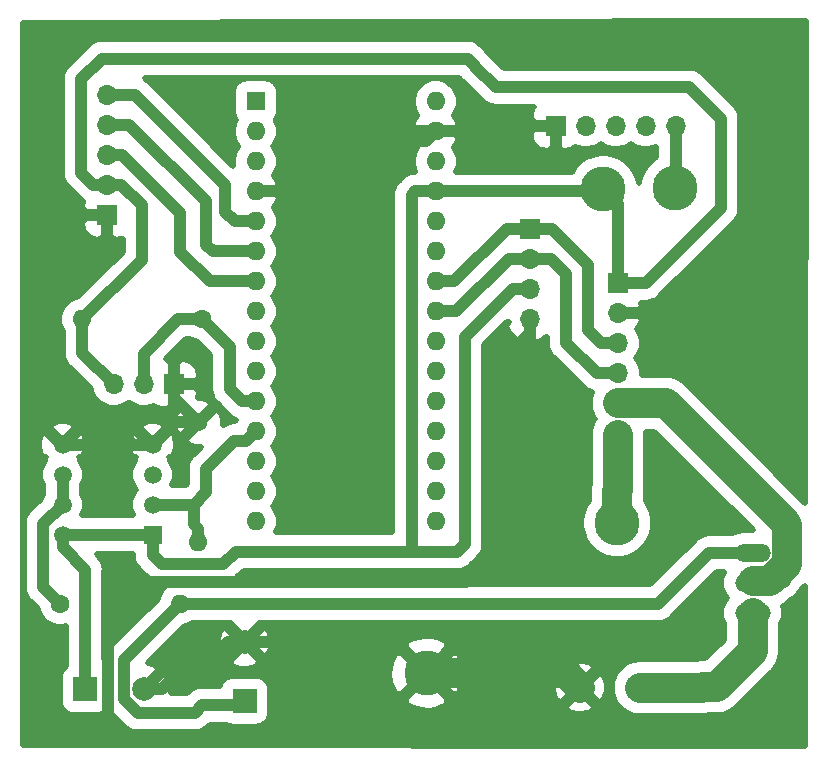
<source format=gbr>
G04 #@! TF.GenerationSoftware,KiCad,Pcbnew,(5.1.5)-3*
G04 #@! TF.CreationDate,2020-06-05T21:21:33+02:00*
G04 #@! TF.ProjectId,ElectronicLoad,456c6563-7472-46f6-9e69-634c6f61642e,rev?*
G04 #@! TF.SameCoordinates,Original*
G04 #@! TF.FileFunction,Copper,L2,Bot*
G04 #@! TF.FilePolarity,Positive*
%FSLAX46Y46*%
G04 Gerber Fmt 4.6, Leading zero omitted, Abs format (unit mm)*
G04 Created by KiCad (PCBNEW (5.1.5)-3) date 2020-06-05 21:21:33*
%MOMM*%
%LPD*%
G04 APERTURE LIST*
%ADD10O,1.600000X1.600000*%
%ADD11C,1.600000*%
%ADD12O,1.700000X1.700000*%
%ADD13R,1.700000X1.700000*%
%ADD14C,3.800000*%
%ADD15C,2.000000*%
%ADD16C,1.498600*%
%ADD17R,1.498600X1.498600*%
%ADD18O,3.016000X1.508000*%
%ADD19R,2.000000X2.000000*%
%ADD20R,1.600000X1.600000*%
%ADD21C,2.200000*%
%ADD22C,1.000000*%
%ADD23C,2.500000*%
%ADD24C,0.500000*%
G04 APERTURE END LIST*
D10*
X100177600Y-94869000D03*
D11*
X110337600Y-94869000D03*
D10*
X110007400Y-113766600D03*
D11*
X110007400Y-103606600D03*
D12*
X102844600Y-100380800D03*
X105384600Y-100380800D03*
D13*
X107924600Y-100380800D03*
D12*
X145542000Y-104521000D03*
X145542000Y-101981000D03*
X145542000Y-99441000D03*
X145542000Y-96901000D03*
X145542000Y-94361000D03*
D13*
X145542000Y-91821000D03*
D14*
X145465800Y-112115600D03*
D15*
X142316200Y-126050200D03*
X147396200Y-126060200D03*
D12*
X150418800Y-78486000D03*
X147878800Y-78486000D03*
X145338800Y-78486000D03*
X142798800Y-78486000D03*
D13*
X140258800Y-78486000D03*
D14*
X150342600Y-83718400D03*
X144297400Y-83870800D03*
D16*
X98501200Y-113106200D03*
X98501200Y-110566200D03*
X98501200Y-108026200D03*
X98501200Y-105486200D03*
X106121200Y-105486200D03*
X106121200Y-108026200D03*
X106121200Y-110566200D03*
D17*
X106121200Y-113106200D03*
D18*
X156921200Y-119735600D03*
X156921200Y-117195600D03*
X156921200Y-114655600D03*
D10*
X108458000Y-118948200D03*
D11*
X98298000Y-118948200D03*
D12*
X102285800Y-75844400D03*
X102285800Y-78384400D03*
X102285800Y-80924400D03*
X102285800Y-83464400D03*
D13*
X102285800Y-86004400D03*
D12*
X138074400Y-94843600D03*
X138074400Y-92303600D03*
X138074400Y-89763600D03*
D13*
X138074400Y-87223600D03*
D14*
X129336800Y-124841000D03*
D15*
X105406200Y-126212600D03*
D19*
X100406200Y-126212600D03*
D15*
X113919000Y-122203200D03*
D19*
X113919000Y-127203200D03*
D10*
X130098800Y-111988600D03*
X114858800Y-111988600D03*
X130098800Y-76428600D03*
X114858800Y-109448600D03*
X130098800Y-78968600D03*
X114858800Y-106908600D03*
X130098800Y-81508600D03*
X114858800Y-104368600D03*
X130098800Y-84048600D03*
X114858800Y-101828600D03*
X130098800Y-86588600D03*
X114858800Y-99288600D03*
X130098800Y-89128600D03*
X114858800Y-96748600D03*
X130098800Y-91668600D03*
X114858800Y-94208600D03*
X130098800Y-94208600D03*
X114858800Y-91668600D03*
X130098800Y-96748600D03*
X114858800Y-89128600D03*
X130098800Y-99288600D03*
X114858800Y-86588600D03*
X130098800Y-101828600D03*
X114858800Y-84048600D03*
X130098800Y-104368600D03*
X114858800Y-81508600D03*
X130098800Y-106908600D03*
X114858800Y-78968600D03*
X130098800Y-109448600D03*
D20*
X114858800Y-76428600D03*
D21*
X134848600Y-78486000D03*
X135991600Y-70815200D03*
D22*
X140258800Y-78486000D02*
X134848600Y-78486000D01*
X132842000Y-78486000D02*
X132359400Y-78968600D01*
X132359400Y-78968600D02*
X130098800Y-78968600D01*
X129298801Y-79768599D02*
X123533001Y-79768599D01*
X130098800Y-78968600D02*
X129298801Y-79768599D01*
X119253000Y-84048600D02*
X114858800Y-84048600D01*
X123533001Y-79768599D02*
X119253000Y-84048600D01*
X100435800Y-86004400D02*
X97078800Y-82647400D01*
X97078800Y-82647400D02*
X97078800Y-73558400D01*
X97078800Y-73558400D02*
X99822000Y-70815200D01*
X99822000Y-70815200D02*
X135991600Y-70815200D01*
X151130000Y-70815200D02*
X156845000Y-76530200D01*
X156845000Y-76530200D02*
X156845000Y-86664800D01*
X149148800Y-94361000D02*
X145542000Y-94361000D01*
X156845000Y-86664800D02*
X149148800Y-94361000D01*
X134848600Y-78486000D02*
X132842000Y-78486000D01*
X135991600Y-70815200D02*
X151130000Y-70815200D01*
X150418800Y-83642200D02*
X150342600Y-83718400D01*
X150418800Y-78486000D02*
X150418800Y-83642200D01*
X130098800Y-91668600D02*
X131673600Y-91668600D01*
X136118600Y-87223600D02*
X138074400Y-87223600D01*
X131673600Y-91668600D02*
X136118600Y-87223600D01*
X139924400Y-87223600D02*
X142976600Y-90275800D01*
X138074400Y-87223600D02*
X139924400Y-87223600D01*
X142976600Y-90275800D02*
X142976600Y-95758000D01*
X144119600Y-96901000D02*
X145542000Y-96901000D01*
X142976600Y-95758000D02*
X144119600Y-96901000D01*
X138074400Y-89763600D02*
X136271000Y-89763600D01*
X131826000Y-94208600D02*
X130098800Y-94208600D01*
X136271000Y-89763600D02*
X131826000Y-94208600D01*
X139276481Y-89763600D02*
X139301881Y-89789000D01*
X138074400Y-89763600D02*
X139276481Y-89763600D01*
X139301881Y-89789000D02*
X139877800Y-89789000D01*
X139877800Y-89789000D02*
X141147800Y-91059000D01*
X141147800Y-91059000D02*
X141147800Y-96850200D01*
X143738600Y-99441000D02*
X145542000Y-99441000D01*
X141147800Y-96850200D02*
X143738600Y-99441000D01*
X102285800Y-80924400D02*
X103555800Y-80924400D01*
X103555800Y-80924400D02*
X108483400Y-85852000D01*
X108483400Y-85852000D02*
X108483400Y-89154000D01*
X110998000Y-91668600D02*
X114858800Y-91668600D01*
X108483400Y-89154000D02*
X110998000Y-91668600D01*
X102285800Y-78384400D02*
X104140000Y-78384400D01*
X104140000Y-78384400D02*
X110617000Y-84861400D01*
X110617000Y-84861400D02*
X110617000Y-88544400D01*
X111201200Y-89128600D02*
X114858800Y-89128600D01*
X110617000Y-88544400D02*
X111201200Y-89128600D01*
X102285800Y-75844400D02*
X104597200Y-75844400D01*
X104597200Y-75844400D02*
X112268000Y-83515200D01*
X112268000Y-83515200D02*
X112268000Y-85775800D01*
X113080800Y-86588600D02*
X114858800Y-86588600D01*
X112268000Y-85775800D02*
X113080800Y-86588600D01*
X145542000Y-112039400D02*
X145465800Y-112115600D01*
X145542000Y-104521000D02*
X145542000Y-112039400D01*
D23*
X145465800Y-112115600D02*
X145465800Y-109428595D01*
X145542000Y-109352395D02*
X145542000Y-104681010D01*
X145465800Y-109428595D02*
X145542000Y-109352395D01*
D22*
X145542000Y-85115400D02*
X144297400Y-83870800D01*
X145542000Y-91821000D02*
X145542000Y-85115400D01*
X131902200Y-114554000D02*
X132537200Y-113919000D01*
X132537200Y-113919000D02*
X132537200Y-96367600D01*
X136601200Y-92303600D02*
X138074400Y-92303600D01*
X132537200Y-96367600D02*
X136601200Y-92303600D01*
X130098800Y-84048600D02*
X128371600Y-84048600D01*
X128371600Y-84048600D02*
X128066800Y-84353400D01*
X128066800Y-114427000D02*
X128193800Y-114554000D01*
X128066800Y-84353400D02*
X128066800Y-114427000D01*
X128193800Y-114554000D02*
X131902200Y-114554000D01*
X144119600Y-84048600D02*
X144297400Y-83870800D01*
X130098800Y-84048600D02*
X144119600Y-84048600D01*
X101083719Y-83464400D02*
X102285800Y-83464400D01*
X100101400Y-82482081D02*
X101083719Y-83464400D01*
X151561800Y-75209400D02*
X135178800Y-75209400D01*
X100101400Y-74549000D02*
X100101400Y-82482081D01*
X154254200Y-77901800D02*
X151561800Y-75209400D01*
X145542000Y-91821000D02*
X147904200Y-91821000D01*
X147904200Y-91821000D02*
X154254200Y-85471000D01*
X133451600Y-73482200D02*
X133451600Y-73456800D01*
X154254200Y-85471000D02*
X154254200Y-77901800D01*
X135178800Y-75209400D02*
X133451600Y-73482200D01*
X133451600Y-73456800D02*
X132791200Y-72796400D01*
X101854000Y-72796400D02*
X100101400Y-74549000D01*
X132791200Y-72796400D02*
X101854000Y-72796400D01*
D23*
X141107000Y-124841000D02*
X142316200Y-126050200D01*
X129336800Y-124841000D02*
X141107000Y-124841000D01*
D22*
X126800600Y-122304800D02*
X129336800Y-124841000D01*
X100435800Y-86004400D02*
X102285800Y-86004400D01*
X124002800Y-130175000D02*
X129336800Y-124841000D01*
X107924600Y-101523800D02*
X110007400Y-103606600D01*
X107924600Y-100380800D02*
X107924600Y-101523800D01*
X108000800Y-103606600D02*
X106121200Y-105486200D01*
X110007400Y-103606600D02*
X108000800Y-103606600D01*
X97840800Y-98882200D02*
X104444800Y-105486200D01*
X104444800Y-105486200D02*
X106121200Y-105486200D01*
X100435800Y-86004400D02*
X97840800Y-88599400D01*
X97840800Y-88599400D02*
X97840800Y-98882200D01*
X98501200Y-105486200D02*
X106121200Y-105486200D01*
X106930200Y-126212600D02*
X105406200Y-126212600D01*
X108996999Y-124145801D02*
X106930200Y-126212600D01*
X104165400Y-130225800D02*
X123977400Y-130225800D01*
X102387400Y-128447800D02*
X104165400Y-130225800D01*
X105435400Y-117119400D02*
X102387400Y-120167400D01*
X132689600Y-117119400D02*
X105435400Y-117119400D01*
X135280400Y-114528600D02*
X132689600Y-117119400D01*
X135280400Y-98839681D02*
X135280400Y-114528600D01*
X102387400Y-120167400D02*
X102387400Y-128447800D01*
X106527600Y-130175000D02*
X123977400Y-130225800D01*
X138074400Y-94843600D02*
X138074400Y-96045681D01*
X123977400Y-130225800D02*
X124002800Y-130175000D01*
X138074400Y-96045681D02*
X135280400Y-98839681D01*
X110731799Y-124145801D02*
X112318800Y-122558800D01*
X108996999Y-124145801D02*
X110731799Y-124145801D01*
X112504787Y-122203200D02*
X113919000Y-122203200D01*
X112318800Y-122389187D02*
X112504787Y-122203200D01*
X112318800Y-122558800D02*
X112318800Y-122389187D01*
X126699000Y-122203200D02*
X126800600Y-122304800D01*
X113919000Y-122203200D02*
X126699000Y-122203200D01*
X114058801Y-105168599D02*
X113042801Y-105168599D01*
X114858800Y-104368600D02*
X114058801Y-105168599D01*
X113042801Y-105168599D02*
X110667800Y-107543600D01*
X110667800Y-107543600D02*
X110667800Y-109499400D01*
X109601000Y-110566200D02*
X110667800Y-109499400D01*
X106121200Y-110566200D02*
X109601000Y-110566200D01*
X109601000Y-112228830D02*
X109601000Y-110566200D01*
X110007400Y-112635230D02*
X109601000Y-112228830D01*
X110007400Y-113766600D02*
X110007400Y-112635230D01*
X110337600Y-94869000D02*
X108305600Y-94869000D01*
X105384600Y-97790000D02*
X105384600Y-100380800D01*
X108305600Y-94869000D02*
X105384600Y-97790000D01*
X113727430Y-101828600D02*
X112660630Y-100761800D01*
X114858800Y-101828600D02*
X113727430Y-101828600D01*
X112660630Y-97192030D02*
X110337600Y-94869000D01*
X112660630Y-100761800D02*
X112660630Y-97192030D01*
X148920200Y-118973600D02*
X153238200Y-114655600D01*
X153238200Y-114655600D02*
X156921200Y-114655600D01*
X123037600Y-118973600D02*
X148920200Y-118973600D01*
X123012200Y-118948200D02*
X108458000Y-118948200D01*
X123037600Y-118973600D02*
X123012200Y-118948200D01*
X113563400Y-127558800D02*
X113919000Y-127203200D01*
X103706199Y-123700001D02*
X103706199Y-127028601D01*
X110318800Y-127558800D02*
X113563400Y-127558800D01*
X104871398Y-128193800D02*
X109683800Y-128193800D01*
X108458000Y-118948200D02*
X103706199Y-123700001D01*
X103706199Y-127028601D02*
X104871398Y-128193800D01*
X109683800Y-128193800D02*
X110318800Y-127558800D01*
X98501200Y-108026200D02*
X98501200Y-110566200D01*
X96875600Y-117525800D02*
X98298000Y-118948200D01*
X98501200Y-110566200D02*
X96875600Y-112191800D01*
X96875600Y-112191800D02*
X96875600Y-117525800D01*
X103487881Y-83464400D02*
X105232200Y-85208719D01*
X102285800Y-83464400D02*
X103487881Y-83464400D01*
X105232200Y-89814400D02*
X100177600Y-94869000D01*
X105232200Y-85208719D02*
X105232200Y-89814400D01*
X100177600Y-97713800D02*
X102844600Y-100380800D01*
X100177600Y-94869000D02*
X100177600Y-97713800D01*
X98501200Y-113106200D02*
X106121200Y-113106200D01*
X100406200Y-116070870D02*
X100406200Y-126212600D01*
X98501200Y-113106200D02*
X98501200Y-114165870D01*
X98501200Y-114165870D02*
X100406200Y-116070870D01*
X106121200Y-114855500D02*
X106121200Y-113106200D01*
X106886500Y-115620800D02*
X106121200Y-114855500D01*
X112090200Y-115620800D02*
X106886500Y-115620800D01*
X113157000Y-114554000D02*
X112090200Y-115620800D01*
X128193800Y-114554000D02*
X113157000Y-114554000D01*
D23*
X153926800Y-125984000D02*
X152704800Y-125984000D01*
X156921200Y-122989600D02*
X153926800Y-125984000D01*
X156921200Y-119735600D02*
X156921200Y-122989600D01*
X152628600Y-126060200D02*
X147396200Y-126060200D01*
X152704800Y-125984000D02*
X152628600Y-126060200D01*
D22*
X159429200Y-117195600D02*
X156921200Y-117195600D01*
X159639000Y-116985800D02*
X159429200Y-117195600D01*
D23*
X149580600Y-101981000D02*
X159639000Y-112039400D01*
X145542000Y-101981000D02*
X149580600Y-101981000D01*
D22*
X159639000Y-112039400D02*
X159639000Y-116985800D01*
D23*
X159879210Y-115568530D02*
X158412150Y-117035590D01*
X159639000Y-112039400D02*
X159879210Y-112279610D01*
X158412150Y-117035590D02*
X156921200Y-117035590D01*
X159879210Y-112279610D02*
X159879210Y-115568530D01*
D24*
G36*
X161385644Y-110391931D02*
G01*
X151361024Y-100367312D01*
X151285867Y-100275733D01*
X150920420Y-99975818D01*
X150503484Y-99752961D01*
X150051082Y-99615726D01*
X149698500Y-99581000D01*
X149698489Y-99581000D01*
X149580600Y-99569389D01*
X149462711Y-99581000D01*
X147542000Y-99581000D01*
X147542000Y-99244017D01*
X147465141Y-98857622D01*
X147314377Y-98493645D01*
X147098792Y-98171000D01*
X147314377Y-97848355D01*
X147465141Y-97484378D01*
X147542000Y-97097983D01*
X147542000Y-96704017D01*
X147465141Y-96317622D01*
X147314377Y-95953645D01*
X147155508Y-95715881D01*
X147384286Y-95385538D01*
X147548764Y-95006440D01*
X147569143Y-94939234D01*
X147317423Y-94615000D01*
X145796000Y-94615000D01*
X145796000Y-94635000D01*
X145288000Y-94635000D01*
X145288000Y-94615000D01*
X145268000Y-94615000D01*
X145268000Y-94107000D01*
X145288000Y-94107000D01*
X145288000Y-94087000D01*
X145796000Y-94087000D01*
X145796000Y-94107000D01*
X147317423Y-94107000D01*
X147569143Y-93782766D01*
X147548764Y-93715560D01*
X147442658Y-93471000D01*
X147823158Y-93471000D01*
X147904200Y-93478982D01*
X147985242Y-93471000D01*
X147985252Y-93471000D01*
X148227656Y-93447125D01*
X148538683Y-93352777D01*
X148825326Y-93199562D01*
X149076571Y-92993371D01*
X149128245Y-92930406D01*
X155363613Y-86695039D01*
X155426571Y-86643371D01*
X155632762Y-86392126D01*
X155785977Y-86105483D01*
X155880325Y-85794456D01*
X155904200Y-85552052D01*
X155904200Y-85552043D01*
X155912182Y-85471001D01*
X155904200Y-85389959D01*
X155904200Y-77982852D01*
X155912183Y-77901800D01*
X155898960Y-77767541D01*
X155880325Y-77578344D01*
X155785977Y-77267317D01*
X155632762Y-76980674D01*
X155426571Y-76729429D01*
X155363612Y-76677760D01*
X152785844Y-74099993D01*
X152734171Y-74037029D01*
X152482926Y-73830838D01*
X152196283Y-73677623D01*
X151885256Y-73583275D01*
X151642852Y-73559400D01*
X151642842Y-73559400D01*
X151561800Y-73551418D01*
X151480758Y-73559400D01*
X135862252Y-73559400D01*
X134791883Y-72489032D01*
X134778680Y-72472944D01*
X134623971Y-72284429D01*
X134561006Y-72232755D01*
X134015245Y-71686994D01*
X133963571Y-71624029D01*
X133712326Y-71417838D01*
X133425683Y-71264623D01*
X133114656Y-71170275D01*
X132872252Y-71146400D01*
X132872242Y-71146400D01*
X132791200Y-71138418D01*
X132710158Y-71146400D01*
X101935052Y-71146400D01*
X101854000Y-71138417D01*
X101772948Y-71146400D01*
X101530544Y-71170275D01*
X101219517Y-71264623D01*
X100932874Y-71417838D01*
X100681629Y-71624029D01*
X100629960Y-71686988D01*
X98991993Y-73324956D01*
X98929029Y-73376629D01*
X98722838Y-73627875D01*
X98569623Y-73914518D01*
X98475275Y-74225545D01*
X98451400Y-74467949D01*
X98451400Y-74467958D01*
X98443418Y-74549000D01*
X98451400Y-74630042D01*
X98451401Y-82401029D01*
X98443418Y-82482081D01*
X98475276Y-82805537D01*
X98569623Y-83116563D01*
X98650257Y-83267417D01*
X98722839Y-83403207D01*
X98929030Y-83654452D01*
X98991989Y-83706121D01*
X99859674Y-84573806D01*
X99911348Y-84636771D01*
X100154741Y-84836518D01*
X100162593Y-84842962D01*
X100208262Y-84867373D01*
X100196002Y-84907789D01*
X100171713Y-85154400D01*
X100177800Y-85435900D01*
X100492300Y-85750400D01*
X102031800Y-85750400D01*
X102031800Y-85730400D01*
X102539800Y-85730400D01*
X102539800Y-85750400D01*
X102559800Y-85750400D01*
X102559800Y-86258400D01*
X102539800Y-86258400D01*
X102539800Y-87797900D01*
X102854300Y-88112400D01*
X103135800Y-88118487D01*
X103382411Y-88094198D01*
X103582201Y-88033592D01*
X103582201Y-89130947D01*
X99746625Y-92966524D01*
X99608806Y-92993938D01*
X99253929Y-93140933D01*
X98934548Y-93354336D01*
X98662936Y-93625948D01*
X98449533Y-93945329D01*
X98302538Y-94300206D01*
X98227600Y-94676942D01*
X98227600Y-95061058D01*
X98302538Y-95437794D01*
X98449533Y-95792671D01*
X98527600Y-95909507D01*
X98527601Y-97632749D01*
X98519618Y-97713800D01*
X98551476Y-98037256D01*
X98645823Y-98348282D01*
X98773582Y-98587300D01*
X98799039Y-98634926D01*
X99005230Y-98886171D01*
X99068189Y-98937840D01*
X100878486Y-100748137D01*
X100921459Y-100964178D01*
X101072223Y-101328155D01*
X101291099Y-101655726D01*
X101569674Y-101934301D01*
X101897245Y-102153177D01*
X102261222Y-102303941D01*
X102647617Y-102380800D01*
X103041583Y-102380800D01*
X103427978Y-102303941D01*
X103791955Y-102153177D01*
X104114600Y-101937592D01*
X104437245Y-102153177D01*
X104801222Y-102303941D01*
X105187617Y-102380800D01*
X105581583Y-102380800D01*
X105967978Y-102303941D01*
X106254577Y-102185228D01*
X106372311Y-102281850D01*
X106590855Y-102398664D01*
X106827989Y-102470598D01*
X107074600Y-102494887D01*
X107356100Y-102488800D01*
X107670600Y-102174300D01*
X107670600Y-100634800D01*
X107650600Y-100634800D01*
X107650600Y-100126800D01*
X107670600Y-100126800D01*
X107670600Y-98587300D01*
X108178600Y-98587300D01*
X108178600Y-100126800D01*
X109718100Y-100126800D01*
X110032600Y-99812300D01*
X110038687Y-99530800D01*
X110014398Y-99284189D01*
X109942464Y-99047055D01*
X109825650Y-98828511D01*
X109668444Y-98636956D01*
X109476889Y-98479750D01*
X109258345Y-98362936D01*
X109021211Y-98291002D01*
X108774600Y-98266713D01*
X108493100Y-98272800D01*
X108178600Y-98587300D01*
X107670600Y-98587300D01*
X107356100Y-98272800D01*
X107237809Y-98270242D01*
X108989052Y-96519000D01*
X109297093Y-96519000D01*
X109413929Y-96597067D01*
X109768806Y-96744062D01*
X109906625Y-96771476D01*
X111010631Y-97875483D01*
X111010630Y-100680758D01*
X111002648Y-100761800D01*
X111010630Y-100842842D01*
X111010630Y-100842851D01*
X111034505Y-101085255D01*
X111128853Y-101396282D01*
X111282068Y-101682925D01*
X111488259Y-101934171D01*
X111551224Y-101985845D01*
X112503385Y-102938006D01*
X112555059Y-103000971D01*
X112806304Y-103207162D01*
X113092947Y-103360377D01*
X113171340Y-103384157D01*
X113130733Y-103444929D01*
X113101144Y-103516362D01*
X113042801Y-103510616D01*
X112961749Y-103518599D01*
X112719345Y-103542474D01*
X112408318Y-103636822D01*
X112121675Y-103790037D01*
X112062276Y-103838785D01*
X112062290Y-103838718D01*
X112068089Y-103433369D01*
X111994698Y-103034678D01*
X111844936Y-102657965D01*
X111817043Y-102605779D01*
X111413810Y-102559400D01*
X110366610Y-103606600D01*
X110380753Y-103620743D01*
X110021543Y-103979953D01*
X110007400Y-103965810D01*
X108960200Y-105013010D01*
X109006579Y-105416243D01*
X109378853Y-105576721D01*
X109775282Y-105661490D01*
X110180631Y-105667289D01*
X110217434Y-105660514D01*
X109558393Y-106319556D01*
X109495429Y-106371229D01*
X109289238Y-106622475D01*
X109136023Y-106909118D01*
X109041675Y-107220145D01*
X109017800Y-107462549D01*
X109017800Y-107462558D01*
X109009818Y-107543600D01*
X109017800Y-107624642D01*
X109017801Y-108815948D01*
X108917549Y-108916200D01*
X107808338Y-108916200D01*
X107947511Y-108580205D01*
X108020500Y-108213265D01*
X108020500Y-107839135D01*
X107947511Y-107472195D01*
X107804338Y-107126544D01*
X107614999Y-106843177D01*
X107726195Y-106731981D01*
X107491193Y-106496979D01*
X107889304Y-106456842D01*
X108044693Y-106093251D01*
X108126163Y-105706332D01*
X108130584Y-105310953D01*
X108057785Y-104922310D01*
X107910565Y-104555336D01*
X107889304Y-104515558D01*
X107491190Y-104475421D01*
X106480410Y-105486200D01*
X106494553Y-105500342D01*
X106135343Y-105859553D01*
X106121200Y-105845410D01*
X106107058Y-105859553D01*
X105747847Y-105500342D01*
X105761990Y-105486200D01*
X104751210Y-104475421D01*
X104353096Y-104515558D01*
X104197707Y-104879149D01*
X104116237Y-105266068D01*
X104111816Y-105661447D01*
X104184615Y-106050090D01*
X104331835Y-106417064D01*
X104353096Y-106456842D01*
X104751207Y-106496979D01*
X104516205Y-106731981D01*
X104627401Y-106843177D01*
X104438062Y-107126544D01*
X104294889Y-107472195D01*
X104221900Y-107839135D01*
X104221900Y-108213265D01*
X104294889Y-108580205D01*
X104438062Y-108925856D01*
X104645917Y-109236933D01*
X104705184Y-109296200D01*
X104645917Y-109355467D01*
X104438062Y-109666544D01*
X104294889Y-110012195D01*
X104221900Y-110379135D01*
X104221900Y-110753265D01*
X104294889Y-111120205D01*
X104434062Y-111456200D01*
X100188338Y-111456200D01*
X100327511Y-111120205D01*
X100400500Y-110753265D01*
X100400500Y-110379135D01*
X100327511Y-110012195D01*
X100184338Y-109666544D01*
X100151200Y-109616949D01*
X100151200Y-108975451D01*
X100184338Y-108925856D01*
X100327511Y-108580205D01*
X100400500Y-108213265D01*
X100400500Y-107839135D01*
X100327511Y-107472195D01*
X100184338Y-107126544D01*
X99994999Y-106843177D01*
X100106195Y-106731981D01*
X99871193Y-106496979D01*
X100269304Y-106456842D01*
X100424693Y-106093251D01*
X100506163Y-105706332D01*
X100510584Y-105310953D01*
X100437785Y-104922310D01*
X100290565Y-104555336D01*
X100269304Y-104515558D01*
X99871190Y-104475421D01*
X98860410Y-105486200D01*
X98874553Y-105500342D01*
X98515343Y-105859553D01*
X98501200Y-105845410D01*
X98487058Y-105859553D01*
X98127847Y-105500342D01*
X98141990Y-105486200D01*
X97131210Y-104475421D01*
X96733096Y-104515558D01*
X96577707Y-104879149D01*
X96496237Y-105266068D01*
X96491816Y-105661447D01*
X96564615Y-106050090D01*
X96711835Y-106417064D01*
X96733096Y-106456842D01*
X97131207Y-106496979D01*
X96896205Y-106731981D01*
X97007401Y-106843177D01*
X96818062Y-107126544D01*
X96674889Y-107472195D01*
X96601900Y-107839135D01*
X96601900Y-108213265D01*
X96674889Y-108580205D01*
X96818062Y-108925856D01*
X96851200Y-108975451D01*
X96851201Y-109616949D01*
X96818062Y-109666544D01*
X96674889Y-110012195D01*
X96663252Y-110070696D01*
X95766193Y-110967756D01*
X95703229Y-111019429D01*
X95497038Y-111270675D01*
X95343823Y-111557318D01*
X95249475Y-111868345D01*
X95225600Y-112110749D01*
X95225600Y-112110758D01*
X95217618Y-112191800D01*
X95225600Y-112272842D01*
X95225601Y-117444748D01*
X95217618Y-117525800D01*
X95249476Y-117849256D01*
X95343823Y-118160282D01*
X95462739Y-118382755D01*
X95497039Y-118446926D01*
X95703230Y-118698171D01*
X95766188Y-118749839D01*
X96395524Y-119379176D01*
X96422938Y-119516994D01*
X96569933Y-119871871D01*
X96783336Y-120191252D01*
X97054948Y-120462864D01*
X97374329Y-120676267D01*
X97729206Y-120823262D01*
X98105942Y-120898200D01*
X98490058Y-120898200D01*
X98756200Y-120845261D01*
X98756201Y-124258351D01*
X98589093Y-124395493D01*
X98445384Y-124570603D01*
X98338598Y-124770385D01*
X98272840Y-124987161D01*
X98250636Y-125212600D01*
X98250636Y-127212600D01*
X98272840Y-127438039D01*
X98338598Y-127654815D01*
X98445384Y-127854597D01*
X98589093Y-128029707D01*
X98764203Y-128173416D01*
X98963985Y-128280202D01*
X99180761Y-128345960D01*
X99406200Y-128368164D01*
X101406200Y-128368164D01*
X101631639Y-128345960D01*
X101848415Y-128280202D01*
X102048197Y-128173416D01*
X102223307Y-128029707D01*
X102312377Y-127921175D01*
X102327638Y-127949727D01*
X102533829Y-128200972D01*
X102596788Y-128252641D01*
X103647358Y-129303211D01*
X103699027Y-129366171D01*
X103950272Y-129572362D01*
X104236915Y-129725577D01*
X104547942Y-129819925D01*
X104790346Y-129843800D01*
X104790355Y-129843800D01*
X104871397Y-129851782D01*
X104952439Y-129843800D01*
X109602758Y-129843800D01*
X109683800Y-129851782D01*
X109764842Y-129843800D01*
X109764852Y-129843800D01*
X110007256Y-129819925D01*
X110318283Y-129725577D01*
X110604926Y-129572362D01*
X110856171Y-129366171D01*
X110907845Y-129303206D01*
X111002251Y-129208800D01*
X112360788Y-129208800D01*
X112476785Y-129270802D01*
X112693561Y-129336560D01*
X112919000Y-129358764D01*
X114919000Y-129358764D01*
X115144439Y-129336560D01*
X115361215Y-129270802D01*
X115560997Y-129164016D01*
X115736107Y-129020307D01*
X115879816Y-128845197D01*
X115986602Y-128645415D01*
X116052360Y-128428639D01*
X116074564Y-128203200D01*
X116074564Y-127034073D01*
X127502937Y-127034073D01*
X127683067Y-127549297D01*
X128243206Y-127819885D01*
X128845371Y-127975996D01*
X129466420Y-128011631D01*
X130082489Y-127925420D01*
X130669901Y-127720678D01*
X130895539Y-127600072D01*
X141125538Y-127600072D01*
X141196433Y-128023558D01*
X141602931Y-128204097D01*
X142036841Y-128301862D01*
X142481486Y-128313097D01*
X142919779Y-128237370D01*
X143334877Y-128077592D01*
X143435967Y-128023558D01*
X143506862Y-127600072D01*
X142316200Y-126409410D01*
X141125538Y-127600072D01*
X130895539Y-127600072D01*
X130990533Y-127549297D01*
X131170663Y-127034073D01*
X129336800Y-125200210D01*
X127502937Y-127034073D01*
X116074564Y-127034073D01*
X116074564Y-126203200D01*
X116052360Y-125977761D01*
X115986602Y-125760985D01*
X115879816Y-125561203D01*
X115736107Y-125386093D01*
X115560997Y-125242384D01*
X115361215Y-125135598D01*
X115144439Y-125069840D01*
X114919000Y-125047636D01*
X112919000Y-125047636D01*
X112693561Y-125069840D01*
X112476785Y-125135598D01*
X112277003Y-125242384D01*
X112101893Y-125386093D01*
X111958184Y-125561203D01*
X111851398Y-125760985D01*
X111806559Y-125908800D01*
X110399852Y-125908800D01*
X110318800Y-125900817D01*
X110237748Y-125908800D01*
X109995344Y-125932675D01*
X109684317Y-126027023D01*
X109397674Y-126180238D01*
X109146429Y-126386429D01*
X109094755Y-126449394D01*
X109000349Y-126543800D01*
X107646182Y-126543800D01*
X107657862Y-126491959D01*
X107669097Y-126047314D01*
X107593370Y-125609021D01*
X107433592Y-125193923D01*
X107379558Y-125092833D01*
X106956072Y-125021938D01*
X105765410Y-126212600D01*
X105779553Y-126226743D01*
X105508672Y-126497623D01*
X105356199Y-126345150D01*
X105356199Y-125875106D01*
X105392058Y-125839248D01*
X105406200Y-125853390D01*
X106288970Y-124970620D01*
X126166169Y-124970620D01*
X126252380Y-125586689D01*
X126457122Y-126174101D01*
X126628503Y-126494733D01*
X127143727Y-126674863D01*
X128977590Y-124841000D01*
X129696010Y-124841000D01*
X131529873Y-126674863D01*
X132045097Y-126494733D01*
X132179993Y-126215486D01*
X140053303Y-126215486D01*
X140129030Y-126653779D01*
X140288808Y-127068877D01*
X140342842Y-127169967D01*
X140766328Y-127240862D01*
X141956990Y-126050200D01*
X142675410Y-126050200D01*
X143866072Y-127240862D01*
X144289558Y-127169967D01*
X144470097Y-126763469D01*
X144567862Y-126329559D01*
X144579097Y-125884914D01*
X144503370Y-125446621D01*
X144343592Y-125031523D01*
X144289558Y-124930433D01*
X143866072Y-124859538D01*
X142675410Y-126050200D01*
X141956990Y-126050200D01*
X140766328Y-124859538D01*
X140342842Y-124930433D01*
X140162303Y-125336931D01*
X140064538Y-125770841D01*
X140053303Y-126215486D01*
X132179993Y-126215486D01*
X132315685Y-125934594D01*
X132471796Y-125332429D01*
X132507431Y-124711380D01*
X132477897Y-124500328D01*
X141125538Y-124500328D01*
X142316200Y-125690990D01*
X143506862Y-124500328D01*
X143435967Y-124076842D01*
X143029469Y-123896303D01*
X142595559Y-123798538D01*
X142150914Y-123787303D01*
X141712621Y-123863030D01*
X141297523Y-124022808D01*
X141196433Y-124076842D01*
X141125538Y-124500328D01*
X132477897Y-124500328D01*
X132421220Y-124095311D01*
X132216478Y-123507899D01*
X132045097Y-123187267D01*
X131529873Y-123007137D01*
X129696010Y-124841000D01*
X128977590Y-124841000D01*
X127143727Y-123007137D01*
X126628503Y-123187267D01*
X126357915Y-123747406D01*
X126201804Y-124349571D01*
X126166169Y-124970620D01*
X106288970Y-124970620D01*
X106596862Y-124662728D01*
X106525967Y-124239242D01*
X106119469Y-124058703D01*
X105761584Y-123978067D01*
X105986579Y-123753072D01*
X112728338Y-123753072D01*
X112799233Y-124176558D01*
X113205731Y-124357097D01*
X113639641Y-124454862D01*
X114084286Y-124466097D01*
X114522579Y-124390370D01*
X114937677Y-124230592D01*
X115038767Y-124176558D01*
X115109662Y-123753072D01*
X113919000Y-122562410D01*
X112728338Y-123753072D01*
X105986579Y-123753072D01*
X107371166Y-122368486D01*
X111656103Y-122368486D01*
X111731830Y-122806779D01*
X111891608Y-123221877D01*
X111945642Y-123322967D01*
X112369128Y-123393862D01*
X113559790Y-122203200D01*
X114278210Y-122203200D01*
X115468872Y-123393862D01*
X115892358Y-123322967D01*
X116072897Y-122916469D01*
X116133402Y-122647927D01*
X127502937Y-122647927D01*
X129336800Y-124481790D01*
X131170663Y-122647927D01*
X130990533Y-122132703D01*
X130430394Y-121862115D01*
X129828229Y-121706004D01*
X129207180Y-121670369D01*
X128591111Y-121756580D01*
X128003699Y-121961322D01*
X127683067Y-122132703D01*
X127502937Y-122647927D01*
X116133402Y-122647927D01*
X116170662Y-122482559D01*
X116181897Y-122037914D01*
X116106170Y-121599621D01*
X115946392Y-121184523D01*
X115892358Y-121083433D01*
X115468872Y-121012538D01*
X114278210Y-122203200D01*
X113559790Y-122203200D01*
X112369128Y-121012538D01*
X111945642Y-121083433D01*
X111765103Y-121489931D01*
X111667338Y-121923841D01*
X111656103Y-122368486D01*
X107371166Y-122368486D01*
X108888977Y-120850676D01*
X109026794Y-120823262D01*
X109381671Y-120676267D01*
X109498507Y-120598200D01*
X112737567Y-120598200D01*
X112728338Y-120653328D01*
X113919000Y-121843990D01*
X115109662Y-120653328D01*
X115100433Y-120598200D01*
X122709117Y-120598200D01*
X122714144Y-120599725D01*
X122956548Y-120623600D01*
X122956558Y-120623600D01*
X123037599Y-120631582D01*
X123118641Y-120623600D01*
X148839158Y-120623600D01*
X148920200Y-120631582D01*
X149001242Y-120623600D01*
X149001252Y-120623600D01*
X149243656Y-120599725D01*
X149554683Y-120505377D01*
X149841326Y-120352162D01*
X150092571Y-120145971D01*
X150144244Y-120083007D01*
X153921652Y-116305600D01*
X154483993Y-116305600D01*
X154399623Y-116463445D01*
X154290750Y-116822351D01*
X154253988Y-117195600D01*
X154290750Y-117568849D01*
X154399623Y-117927755D01*
X154576422Y-118258524D01*
X154746366Y-118465600D01*
X154576422Y-118672676D01*
X154399623Y-119003445D01*
X154290750Y-119362351D01*
X154253988Y-119735600D01*
X154290750Y-120108849D01*
X154399623Y-120467755D01*
X154521200Y-120695210D01*
X154521200Y-121995487D01*
X152932688Y-123584000D01*
X152822689Y-123584000D01*
X152704799Y-123572389D01*
X152586910Y-123584000D01*
X152586900Y-123584000D01*
X152234318Y-123618726D01*
X152097597Y-123660200D01*
X147278300Y-123660200D01*
X146925718Y-123694926D01*
X146473316Y-123832161D01*
X146056380Y-124055018D01*
X145690933Y-124354933D01*
X145391018Y-124720380D01*
X145168161Y-125137316D01*
X145030926Y-125589718D01*
X144984588Y-126060200D01*
X145030926Y-126530682D01*
X145168161Y-126983084D01*
X145391018Y-127400020D01*
X145690933Y-127765467D01*
X146056380Y-128065382D01*
X146473316Y-128288239D01*
X146925718Y-128425474D01*
X147278300Y-128460200D01*
X152510711Y-128460200D01*
X152628600Y-128471811D01*
X152746489Y-128460200D01*
X152746500Y-128460200D01*
X153099082Y-128425474D01*
X153235803Y-128384000D01*
X153808911Y-128384000D01*
X153926800Y-128395611D01*
X154044689Y-128384000D01*
X154044700Y-128384000D01*
X154397282Y-128349274D01*
X154849684Y-128212039D01*
X155266620Y-127989182D01*
X155632067Y-127689267D01*
X155707224Y-127597688D01*
X158534893Y-124770020D01*
X158626467Y-124694867D01*
X158701620Y-124603293D01*
X158701624Y-124603289D01*
X158926382Y-124329421D01*
X159088868Y-124025430D01*
X159149239Y-123912484D01*
X159286474Y-123460082D01*
X159321200Y-123107500D01*
X159321200Y-123107491D01*
X159332811Y-122989601D01*
X159321200Y-122871711D01*
X159321200Y-120695210D01*
X159442777Y-120467755D01*
X159551650Y-120108849D01*
X159588412Y-119735600D01*
X159551650Y-119362351D01*
X159495659Y-119177773D01*
X159751970Y-119040772D01*
X160117417Y-118740857D01*
X160179116Y-118665676D01*
X160350326Y-118574162D01*
X160601571Y-118367971D01*
X160653245Y-118305006D01*
X160748406Y-118209845D01*
X160811371Y-118158171D01*
X161017562Y-117906926D01*
X161112453Y-117729399D01*
X161377180Y-117464672D01*
X161361008Y-130979460D01*
X95130069Y-130881340D01*
X95140779Y-104116210D01*
X97490421Y-104116210D01*
X98501200Y-105126990D01*
X99511979Y-104116210D01*
X105110421Y-104116210D01*
X106121200Y-105126990D01*
X107131979Y-104116210D01*
X107098066Y-103779831D01*
X107946711Y-103779831D01*
X108020102Y-104178522D01*
X108169864Y-104555235D01*
X108197757Y-104607421D01*
X108600990Y-104653800D01*
X109648190Y-103606600D01*
X109634048Y-103592458D01*
X109993258Y-103233248D01*
X110007400Y-103247390D01*
X111054600Y-102200190D01*
X111008221Y-101796957D01*
X110635947Y-101636479D01*
X110239518Y-101551710D01*
X109992930Y-101548182D01*
X110014398Y-101477411D01*
X110038687Y-101230800D01*
X110032600Y-100949300D01*
X109718100Y-100634800D01*
X108178600Y-100634800D01*
X108178600Y-102174300D01*
X108493100Y-102488800D01*
X108531211Y-102489624D01*
X108600987Y-102559400D01*
X108197757Y-102605779D01*
X108037279Y-102978053D01*
X107952510Y-103374482D01*
X107946711Y-103779831D01*
X107098066Y-103779831D01*
X107091842Y-103718096D01*
X106728251Y-103562707D01*
X106341332Y-103481237D01*
X105945953Y-103476816D01*
X105557310Y-103549615D01*
X105190336Y-103696835D01*
X105150558Y-103718096D01*
X105110421Y-104116210D01*
X99511979Y-104116210D01*
X99471842Y-103718096D01*
X99108251Y-103562707D01*
X98721332Y-103481237D01*
X98325953Y-103476816D01*
X97937310Y-103549615D01*
X97570336Y-103696835D01*
X97530558Y-103718096D01*
X97490421Y-104116210D01*
X95140779Y-104116210D01*
X95147687Y-86854400D01*
X100171713Y-86854400D01*
X100196002Y-87101011D01*
X100267936Y-87338145D01*
X100384750Y-87556689D01*
X100541956Y-87748244D01*
X100733511Y-87905450D01*
X100952055Y-88022264D01*
X101189189Y-88094198D01*
X101435800Y-88118487D01*
X101717300Y-88112400D01*
X102031800Y-87797900D01*
X102031800Y-86258400D01*
X100492300Y-86258400D01*
X100177800Y-86572900D01*
X100171713Y-86854400D01*
X95147687Y-86854400D01*
X95154531Y-69753262D01*
X161434391Y-69655143D01*
X161385644Y-110391931D01*
G37*
X161385644Y-110391931D02*
X151361024Y-100367312D01*
X151285867Y-100275733D01*
X150920420Y-99975818D01*
X150503484Y-99752961D01*
X150051082Y-99615726D01*
X149698500Y-99581000D01*
X149698489Y-99581000D01*
X149580600Y-99569389D01*
X149462711Y-99581000D01*
X147542000Y-99581000D01*
X147542000Y-99244017D01*
X147465141Y-98857622D01*
X147314377Y-98493645D01*
X147098792Y-98171000D01*
X147314377Y-97848355D01*
X147465141Y-97484378D01*
X147542000Y-97097983D01*
X147542000Y-96704017D01*
X147465141Y-96317622D01*
X147314377Y-95953645D01*
X147155508Y-95715881D01*
X147384286Y-95385538D01*
X147548764Y-95006440D01*
X147569143Y-94939234D01*
X147317423Y-94615000D01*
X145796000Y-94615000D01*
X145796000Y-94635000D01*
X145288000Y-94635000D01*
X145288000Y-94615000D01*
X145268000Y-94615000D01*
X145268000Y-94107000D01*
X145288000Y-94107000D01*
X145288000Y-94087000D01*
X145796000Y-94087000D01*
X145796000Y-94107000D01*
X147317423Y-94107000D01*
X147569143Y-93782766D01*
X147548764Y-93715560D01*
X147442658Y-93471000D01*
X147823158Y-93471000D01*
X147904200Y-93478982D01*
X147985242Y-93471000D01*
X147985252Y-93471000D01*
X148227656Y-93447125D01*
X148538683Y-93352777D01*
X148825326Y-93199562D01*
X149076571Y-92993371D01*
X149128245Y-92930406D01*
X155363613Y-86695039D01*
X155426571Y-86643371D01*
X155632762Y-86392126D01*
X155785977Y-86105483D01*
X155880325Y-85794456D01*
X155904200Y-85552052D01*
X155904200Y-85552043D01*
X155912182Y-85471001D01*
X155904200Y-85389959D01*
X155904200Y-77982852D01*
X155912183Y-77901800D01*
X155898960Y-77767541D01*
X155880325Y-77578344D01*
X155785977Y-77267317D01*
X155632762Y-76980674D01*
X155426571Y-76729429D01*
X155363612Y-76677760D01*
X152785844Y-74099993D01*
X152734171Y-74037029D01*
X152482926Y-73830838D01*
X152196283Y-73677623D01*
X151885256Y-73583275D01*
X151642852Y-73559400D01*
X151642842Y-73559400D01*
X151561800Y-73551418D01*
X151480758Y-73559400D01*
X135862252Y-73559400D01*
X134791883Y-72489032D01*
X134778680Y-72472944D01*
X134623971Y-72284429D01*
X134561006Y-72232755D01*
X134015245Y-71686994D01*
X133963571Y-71624029D01*
X133712326Y-71417838D01*
X133425683Y-71264623D01*
X133114656Y-71170275D01*
X132872252Y-71146400D01*
X132872242Y-71146400D01*
X132791200Y-71138418D01*
X132710158Y-71146400D01*
X101935052Y-71146400D01*
X101854000Y-71138417D01*
X101772948Y-71146400D01*
X101530544Y-71170275D01*
X101219517Y-71264623D01*
X100932874Y-71417838D01*
X100681629Y-71624029D01*
X100629960Y-71686988D01*
X98991993Y-73324956D01*
X98929029Y-73376629D01*
X98722838Y-73627875D01*
X98569623Y-73914518D01*
X98475275Y-74225545D01*
X98451400Y-74467949D01*
X98451400Y-74467958D01*
X98443418Y-74549000D01*
X98451400Y-74630042D01*
X98451401Y-82401029D01*
X98443418Y-82482081D01*
X98475276Y-82805537D01*
X98569623Y-83116563D01*
X98650257Y-83267417D01*
X98722839Y-83403207D01*
X98929030Y-83654452D01*
X98991989Y-83706121D01*
X99859674Y-84573806D01*
X99911348Y-84636771D01*
X100154741Y-84836518D01*
X100162593Y-84842962D01*
X100208262Y-84867373D01*
X100196002Y-84907789D01*
X100171713Y-85154400D01*
X100177800Y-85435900D01*
X100492300Y-85750400D01*
X102031800Y-85750400D01*
X102031800Y-85730400D01*
X102539800Y-85730400D01*
X102539800Y-85750400D01*
X102559800Y-85750400D01*
X102559800Y-86258400D01*
X102539800Y-86258400D01*
X102539800Y-87797900D01*
X102854300Y-88112400D01*
X103135800Y-88118487D01*
X103382411Y-88094198D01*
X103582201Y-88033592D01*
X103582201Y-89130947D01*
X99746625Y-92966524D01*
X99608806Y-92993938D01*
X99253929Y-93140933D01*
X98934548Y-93354336D01*
X98662936Y-93625948D01*
X98449533Y-93945329D01*
X98302538Y-94300206D01*
X98227600Y-94676942D01*
X98227600Y-95061058D01*
X98302538Y-95437794D01*
X98449533Y-95792671D01*
X98527600Y-95909507D01*
X98527601Y-97632749D01*
X98519618Y-97713800D01*
X98551476Y-98037256D01*
X98645823Y-98348282D01*
X98773582Y-98587300D01*
X98799039Y-98634926D01*
X99005230Y-98886171D01*
X99068189Y-98937840D01*
X100878486Y-100748137D01*
X100921459Y-100964178D01*
X101072223Y-101328155D01*
X101291099Y-101655726D01*
X101569674Y-101934301D01*
X101897245Y-102153177D01*
X102261222Y-102303941D01*
X102647617Y-102380800D01*
X103041583Y-102380800D01*
X103427978Y-102303941D01*
X103791955Y-102153177D01*
X104114600Y-101937592D01*
X104437245Y-102153177D01*
X104801222Y-102303941D01*
X105187617Y-102380800D01*
X105581583Y-102380800D01*
X105967978Y-102303941D01*
X106254577Y-102185228D01*
X106372311Y-102281850D01*
X106590855Y-102398664D01*
X106827989Y-102470598D01*
X107074600Y-102494887D01*
X107356100Y-102488800D01*
X107670600Y-102174300D01*
X107670600Y-100634800D01*
X107650600Y-100634800D01*
X107650600Y-100126800D01*
X107670600Y-100126800D01*
X107670600Y-98587300D01*
X108178600Y-98587300D01*
X108178600Y-100126800D01*
X109718100Y-100126800D01*
X110032600Y-99812300D01*
X110038687Y-99530800D01*
X110014398Y-99284189D01*
X109942464Y-99047055D01*
X109825650Y-98828511D01*
X109668444Y-98636956D01*
X109476889Y-98479750D01*
X109258345Y-98362936D01*
X109021211Y-98291002D01*
X108774600Y-98266713D01*
X108493100Y-98272800D01*
X108178600Y-98587300D01*
X107670600Y-98587300D01*
X107356100Y-98272800D01*
X107237809Y-98270242D01*
X108989052Y-96519000D01*
X109297093Y-96519000D01*
X109413929Y-96597067D01*
X109768806Y-96744062D01*
X109906625Y-96771476D01*
X111010631Y-97875483D01*
X111010630Y-100680758D01*
X111002648Y-100761800D01*
X111010630Y-100842842D01*
X111010630Y-100842851D01*
X111034505Y-101085255D01*
X111128853Y-101396282D01*
X111282068Y-101682925D01*
X111488259Y-101934171D01*
X111551224Y-101985845D01*
X112503385Y-102938006D01*
X112555059Y-103000971D01*
X112806304Y-103207162D01*
X113092947Y-103360377D01*
X113171340Y-103384157D01*
X113130733Y-103444929D01*
X113101144Y-103516362D01*
X113042801Y-103510616D01*
X112961749Y-103518599D01*
X112719345Y-103542474D01*
X112408318Y-103636822D01*
X112121675Y-103790037D01*
X112062276Y-103838785D01*
X112062290Y-103838718D01*
X112068089Y-103433369D01*
X111994698Y-103034678D01*
X111844936Y-102657965D01*
X111817043Y-102605779D01*
X111413810Y-102559400D01*
X110366610Y-103606600D01*
X110380753Y-103620743D01*
X110021543Y-103979953D01*
X110007400Y-103965810D01*
X108960200Y-105013010D01*
X109006579Y-105416243D01*
X109378853Y-105576721D01*
X109775282Y-105661490D01*
X110180631Y-105667289D01*
X110217434Y-105660514D01*
X109558393Y-106319556D01*
X109495429Y-106371229D01*
X109289238Y-106622475D01*
X109136023Y-106909118D01*
X109041675Y-107220145D01*
X109017800Y-107462549D01*
X109017800Y-107462558D01*
X109009818Y-107543600D01*
X109017800Y-107624642D01*
X109017801Y-108815948D01*
X108917549Y-108916200D01*
X107808338Y-108916200D01*
X107947511Y-108580205D01*
X108020500Y-108213265D01*
X108020500Y-107839135D01*
X107947511Y-107472195D01*
X107804338Y-107126544D01*
X107614999Y-106843177D01*
X107726195Y-106731981D01*
X107491193Y-106496979D01*
X107889304Y-106456842D01*
X108044693Y-106093251D01*
X108126163Y-105706332D01*
X108130584Y-105310953D01*
X108057785Y-104922310D01*
X107910565Y-104555336D01*
X107889304Y-104515558D01*
X107491190Y-104475421D01*
X106480410Y-105486200D01*
X106494553Y-105500342D01*
X106135343Y-105859553D01*
X106121200Y-105845410D01*
X106107058Y-105859553D01*
X105747847Y-105500342D01*
X105761990Y-105486200D01*
X104751210Y-104475421D01*
X104353096Y-104515558D01*
X104197707Y-104879149D01*
X104116237Y-105266068D01*
X104111816Y-105661447D01*
X104184615Y-106050090D01*
X104331835Y-106417064D01*
X104353096Y-106456842D01*
X104751207Y-106496979D01*
X104516205Y-106731981D01*
X104627401Y-106843177D01*
X104438062Y-107126544D01*
X104294889Y-107472195D01*
X104221900Y-107839135D01*
X104221900Y-108213265D01*
X104294889Y-108580205D01*
X104438062Y-108925856D01*
X104645917Y-109236933D01*
X104705184Y-109296200D01*
X104645917Y-109355467D01*
X104438062Y-109666544D01*
X104294889Y-110012195D01*
X104221900Y-110379135D01*
X104221900Y-110753265D01*
X104294889Y-111120205D01*
X104434062Y-111456200D01*
X100188338Y-111456200D01*
X100327511Y-111120205D01*
X100400500Y-110753265D01*
X100400500Y-110379135D01*
X100327511Y-110012195D01*
X100184338Y-109666544D01*
X100151200Y-109616949D01*
X100151200Y-108975451D01*
X100184338Y-108925856D01*
X100327511Y-108580205D01*
X100400500Y-108213265D01*
X100400500Y-107839135D01*
X100327511Y-107472195D01*
X100184338Y-107126544D01*
X99994999Y-106843177D01*
X100106195Y-106731981D01*
X99871193Y-106496979D01*
X100269304Y-106456842D01*
X100424693Y-106093251D01*
X100506163Y-105706332D01*
X100510584Y-105310953D01*
X100437785Y-104922310D01*
X100290565Y-104555336D01*
X100269304Y-104515558D01*
X99871190Y-104475421D01*
X98860410Y-105486200D01*
X98874553Y-105500342D01*
X98515343Y-105859553D01*
X98501200Y-105845410D01*
X98487058Y-105859553D01*
X98127847Y-105500342D01*
X98141990Y-105486200D01*
X97131210Y-104475421D01*
X96733096Y-104515558D01*
X96577707Y-104879149D01*
X96496237Y-105266068D01*
X96491816Y-105661447D01*
X96564615Y-106050090D01*
X96711835Y-106417064D01*
X96733096Y-106456842D01*
X97131207Y-106496979D01*
X96896205Y-106731981D01*
X97007401Y-106843177D01*
X96818062Y-107126544D01*
X96674889Y-107472195D01*
X96601900Y-107839135D01*
X96601900Y-108213265D01*
X96674889Y-108580205D01*
X96818062Y-108925856D01*
X96851200Y-108975451D01*
X96851201Y-109616949D01*
X96818062Y-109666544D01*
X96674889Y-110012195D01*
X96663252Y-110070696D01*
X95766193Y-110967756D01*
X95703229Y-111019429D01*
X95497038Y-111270675D01*
X95343823Y-111557318D01*
X95249475Y-111868345D01*
X95225600Y-112110749D01*
X95225600Y-112110758D01*
X95217618Y-112191800D01*
X95225600Y-112272842D01*
X95225601Y-117444748D01*
X95217618Y-117525800D01*
X95249476Y-117849256D01*
X95343823Y-118160282D01*
X95462739Y-118382755D01*
X95497039Y-118446926D01*
X95703230Y-118698171D01*
X95766188Y-118749839D01*
X96395524Y-119379176D01*
X96422938Y-119516994D01*
X96569933Y-119871871D01*
X96783336Y-120191252D01*
X97054948Y-120462864D01*
X97374329Y-120676267D01*
X97729206Y-120823262D01*
X98105942Y-120898200D01*
X98490058Y-120898200D01*
X98756200Y-120845261D01*
X98756201Y-124258351D01*
X98589093Y-124395493D01*
X98445384Y-124570603D01*
X98338598Y-124770385D01*
X98272840Y-124987161D01*
X98250636Y-125212600D01*
X98250636Y-127212600D01*
X98272840Y-127438039D01*
X98338598Y-127654815D01*
X98445384Y-127854597D01*
X98589093Y-128029707D01*
X98764203Y-128173416D01*
X98963985Y-128280202D01*
X99180761Y-128345960D01*
X99406200Y-128368164D01*
X101406200Y-128368164D01*
X101631639Y-128345960D01*
X101848415Y-128280202D01*
X102048197Y-128173416D01*
X102223307Y-128029707D01*
X102312377Y-127921175D01*
X102327638Y-127949727D01*
X102533829Y-128200972D01*
X102596788Y-128252641D01*
X103647358Y-129303211D01*
X103699027Y-129366171D01*
X103950272Y-129572362D01*
X104236915Y-129725577D01*
X104547942Y-129819925D01*
X104790346Y-129843800D01*
X104790355Y-129843800D01*
X104871397Y-129851782D01*
X104952439Y-129843800D01*
X109602758Y-129843800D01*
X109683800Y-129851782D01*
X109764842Y-129843800D01*
X109764852Y-129843800D01*
X110007256Y-129819925D01*
X110318283Y-129725577D01*
X110604926Y-129572362D01*
X110856171Y-129366171D01*
X110907845Y-129303206D01*
X111002251Y-129208800D01*
X112360788Y-129208800D01*
X112476785Y-129270802D01*
X112693561Y-129336560D01*
X112919000Y-129358764D01*
X114919000Y-129358764D01*
X115144439Y-129336560D01*
X115361215Y-129270802D01*
X115560997Y-129164016D01*
X115736107Y-129020307D01*
X115879816Y-128845197D01*
X115986602Y-128645415D01*
X116052360Y-128428639D01*
X116074564Y-128203200D01*
X116074564Y-127034073D01*
X127502937Y-127034073D01*
X127683067Y-127549297D01*
X128243206Y-127819885D01*
X128845371Y-127975996D01*
X129466420Y-128011631D01*
X130082489Y-127925420D01*
X130669901Y-127720678D01*
X130895539Y-127600072D01*
X141125538Y-127600072D01*
X141196433Y-128023558D01*
X141602931Y-128204097D01*
X142036841Y-128301862D01*
X142481486Y-128313097D01*
X142919779Y-128237370D01*
X143334877Y-128077592D01*
X143435967Y-128023558D01*
X143506862Y-127600072D01*
X142316200Y-126409410D01*
X141125538Y-127600072D01*
X130895539Y-127600072D01*
X130990533Y-127549297D01*
X131170663Y-127034073D01*
X129336800Y-125200210D01*
X127502937Y-127034073D01*
X116074564Y-127034073D01*
X116074564Y-126203200D01*
X116052360Y-125977761D01*
X115986602Y-125760985D01*
X115879816Y-125561203D01*
X115736107Y-125386093D01*
X115560997Y-125242384D01*
X115361215Y-125135598D01*
X115144439Y-125069840D01*
X114919000Y-125047636D01*
X112919000Y-125047636D01*
X112693561Y-125069840D01*
X112476785Y-125135598D01*
X112277003Y-125242384D01*
X112101893Y-125386093D01*
X111958184Y-125561203D01*
X111851398Y-125760985D01*
X111806559Y-125908800D01*
X110399852Y-125908800D01*
X110318800Y-125900817D01*
X110237748Y-125908800D01*
X109995344Y-125932675D01*
X109684317Y-126027023D01*
X109397674Y-126180238D01*
X109146429Y-126386429D01*
X109094755Y-126449394D01*
X109000349Y-126543800D01*
X107646182Y-126543800D01*
X107657862Y-126491959D01*
X107669097Y-126047314D01*
X107593370Y-125609021D01*
X107433592Y-125193923D01*
X107379558Y-125092833D01*
X106956072Y-125021938D01*
X105765410Y-126212600D01*
X105779553Y-126226743D01*
X105508672Y-126497623D01*
X105356199Y-126345150D01*
X105356199Y-125875106D01*
X105392058Y-125839248D01*
X105406200Y-125853390D01*
X106288970Y-124970620D01*
X126166169Y-124970620D01*
X126252380Y-125586689D01*
X126457122Y-126174101D01*
X126628503Y-126494733D01*
X127143727Y-126674863D01*
X128977590Y-124841000D01*
X129696010Y-124841000D01*
X131529873Y-126674863D01*
X132045097Y-126494733D01*
X132179993Y-126215486D01*
X140053303Y-126215486D01*
X140129030Y-126653779D01*
X140288808Y-127068877D01*
X140342842Y-127169967D01*
X140766328Y-127240862D01*
X141956990Y-126050200D01*
X142675410Y-126050200D01*
X143866072Y-127240862D01*
X144289558Y-127169967D01*
X144470097Y-126763469D01*
X144567862Y-126329559D01*
X144579097Y-125884914D01*
X144503370Y-125446621D01*
X144343592Y-125031523D01*
X144289558Y-124930433D01*
X143866072Y-124859538D01*
X142675410Y-126050200D01*
X141956990Y-126050200D01*
X140766328Y-124859538D01*
X140342842Y-124930433D01*
X140162303Y-125336931D01*
X140064538Y-125770841D01*
X140053303Y-126215486D01*
X132179993Y-126215486D01*
X132315685Y-125934594D01*
X132471796Y-125332429D01*
X132507431Y-124711380D01*
X132477897Y-124500328D01*
X141125538Y-124500328D01*
X142316200Y-125690990D01*
X143506862Y-124500328D01*
X143435967Y-124076842D01*
X143029469Y-123896303D01*
X142595559Y-123798538D01*
X142150914Y-123787303D01*
X141712621Y-123863030D01*
X141297523Y-124022808D01*
X141196433Y-124076842D01*
X141125538Y-124500328D01*
X132477897Y-124500328D01*
X132421220Y-124095311D01*
X132216478Y-123507899D01*
X132045097Y-123187267D01*
X131529873Y-123007137D01*
X129696010Y-124841000D01*
X128977590Y-124841000D01*
X127143727Y-123007137D01*
X126628503Y-123187267D01*
X126357915Y-123747406D01*
X126201804Y-124349571D01*
X126166169Y-124970620D01*
X106288970Y-124970620D01*
X106596862Y-124662728D01*
X106525967Y-124239242D01*
X106119469Y-124058703D01*
X105761584Y-123978067D01*
X105986579Y-123753072D01*
X112728338Y-123753072D01*
X112799233Y-124176558D01*
X113205731Y-124357097D01*
X113639641Y-124454862D01*
X114084286Y-124466097D01*
X114522579Y-124390370D01*
X114937677Y-124230592D01*
X115038767Y-124176558D01*
X115109662Y-123753072D01*
X113919000Y-122562410D01*
X112728338Y-123753072D01*
X105986579Y-123753072D01*
X107371166Y-122368486D01*
X111656103Y-122368486D01*
X111731830Y-122806779D01*
X111891608Y-123221877D01*
X111945642Y-123322967D01*
X112369128Y-123393862D01*
X113559790Y-122203200D01*
X114278210Y-122203200D01*
X115468872Y-123393862D01*
X115892358Y-123322967D01*
X116072897Y-122916469D01*
X116133402Y-122647927D01*
X127502937Y-122647927D01*
X129336800Y-124481790D01*
X131170663Y-122647927D01*
X130990533Y-122132703D01*
X130430394Y-121862115D01*
X129828229Y-121706004D01*
X129207180Y-121670369D01*
X128591111Y-121756580D01*
X128003699Y-121961322D01*
X127683067Y-122132703D01*
X127502937Y-122647927D01*
X116133402Y-122647927D01*
X116170662Y-122482559D01*
X116181897Y-122037914D01*
X116106170Y-121599621D01*
X115946392Y-121184523D01*
X115892358Y-121083433D01*
X115468872Y-121012538D01*
X114278210Y-122203200D01*
X113559790Y-122203200D01*
X112369128Y-121012538D01*
X111945642Y-121083433D01*
X111765103Y-121489931D01*
X111667338Y-121923841D01*
X111656103Y-122368486D01*
X107371166Y-122368486D01*
X108888977Y-120850676D01*
X109026794Y-120823262D01*
X109381671Y-120676267D01*
X109498507Y-120598200D01*
X112737567Y-120598200D01*
X112728338Y-120653328D01*
X113919000Y-121843990D01*
X115109662Y-120653328D01*
X115100433Y-120598200D01*
X122709117Y-120598200D01*
X122714144Y-120599725D01*
X122956548Y-120623600D01*
X122956558Y-120623600D01*
X123037599Y-120631582D01*
X123118641Y-120623600D01*
X148839158Y-120623600D01*
X148920200Y-120631582D01*
X149001242Y-120623600D01*
X149001252Y-120623600D01*
X149243656Y-120599725D01*
X149554683Y-120505377D01*
X149841326Y-120352162D01*
X150092571Y-120145971D01*
X150144244Y-120083007D01*
X153921652Y-116305600D01*
X154483993Y-116305600D01*
X154399623Y-116463445D01*
X154290750Y-116822351D01*
X154253988Y-117195600D01*
X154290750Y-117568849D01*
X154399623Y-117927755D01*
X154576422Y-118258524D01*
X154746366Y-118465600D01*
X154576422Y-118672676D01*
X154399623Y-119003445D01*
X154290750Y-119362351D01*
X154253988Y-119735600D01*
X154290750Y-120108849D01*
X154399623Y-120467755D01*
X154521200Y-120695210D01*
X154521200Y-121995487D01*
X152932688Y-123584000D01*
X152822689Y-123584000D01*
X152704799Y-123572389D01*
X152586910Y-123584000D01*
X152586900Y-123584000D01*
X152234318Y-123618726D01*
X152097597Y-123660200D01*
X147278300Y-123660200D01*
X146925718Y-123694926D01*
X146473316Y-123832161D01*
X146056380Y-124055018D01*
X145690933Y-124354933D01*
X145391018Y-124720380D01*
X145168161Y-125137316D01*
X145030926Y-125589718D01*
X144984588Y-126060200D01*
X145030926Y-126530682D01*
X145168161Y-126983084D01*
X145391018Y-127400020D01*
X145690933Y-127765467D01*
X146056380Y-128065382D01*
X146473316Y-128288239D01*
X146925718Y-128425474D01*
X147278300Y-128460200D01*
X152510711Y-128460200D01*
X152628600Y-128471811D01*
X152746489Y-128460200D01*
X152746500Y-128460200D01*
X153099082Y-128425474D01*
X153235803Y-128384000D01*
X153808911Y-128384000D01*
X153926800Y-128395611D01*
X154044689Y-128384000D01*
X154044700Y-128384000D01*
X154397282Y-128349274D01*
X154849684Y-128212039D01*
X155266620Y-127989182D01*
X155632067Y-127689267D01*
X155707224Y-127597688D01*
X158534893Y-124770020D01*
X158626467Y-124694867D01*
X158701620Y-124603293D01*
X158701624Y-124603289D01*
X158926382Y-124329421D01*
X159088868Y-124025430D01*
X159149239Y-123912484D01*
X159286474Y-123460082D01*
X159321200Y-123107500D01*
X159321200Y-123107491D01*
X159332811Y-122989601D01*
X159321200Y-122871711D01*
X159321200Y-120695210D01*
X159442777Y-120467755D01*
X159551650Y-120108849D01*
X159588412Y-119735600D01*
X159551650Y-119362351D01*
X159495659Y-119177773D01*
X159751970Y-119040772D01*
X160117417Y-118740857D01*
X160179116Y-118665676D01*
X160350326Y-118574162D01*
X160601571Y-118367971D01*
X160653245Y-118305006D01*
X160748406Y-118209845D01*
X160811371Y-118158171D01*
X161017562Y-117906926D01*
X161112453Y-117729399D01*
X161377180Y-117464672D01*
X161361008Y-130979460D01*
X95130069Y-130881340D01*
X95140779Y-104116210D01*
X97490421Y-104116210D01*
X98501200Y-105126990D01*
X99511979Y-104116210D01*
X105110421Y-104116210D01*
X106121200Y-105126990D01*
X107131979Y-104116210D01*
X107098066Y-103779831D01*
X107946711Y-103779831D01*
X108020102Y-104178522D01*
X108169864Y-104555235D01*
X108197757Y-104607421D01*
X108600990Y-104653800D01*
X109648190Y-103606600D01*
X109634048Y-103592458D01*
X109993258Y-103233248D01*
X110007400Y-103247390D01*
X111054600Y-102200190D01*
X111008221Y-101796957D01*
X110635947Y-101636479D01*
X110239518Y-101551710D01*
X109992930Y-101548182D01*
X110014398Y-101477411D01*
X110038687Y-101230800D01*
X110032600Y-100949300D01*
X109718100Y-100634800D01*
X108178600Y-100634800D01*
X108178600Y-102174300D01*
X108493100Y-102488800D01*
X108531211Y-102489624D01*
X108600987Y-102559400D01*
X108197757Y-102605779D01*
X108037279Y-102978053D01*
X107952510Y-103374482D01*
X107946711Y-103779831D01*
X107098066Y-103779831D01*
X107091842Y-103718096D01*
X106728251Y-103562707D01*
X106341332Y-103481237D01*
X105945953Y-103476816D01*
X105557310Y-103549615D01*
X105190336Y-103696835D01*
X105150558Y-103718096D01*
X105110421Y-104116210D01*
X99511979Y-104116210D01*
X99471842Y-103718096D01*
X99108251Y-103562707D01*
X98721332Y-103481237D01*
X98325953Y-103476816D01*
X97937310Y-103549615D01*
X97570336Y-103696835D01*
X97530558Y-103718096D01*
X97490421Y-104116210D01*
X95140779Y-104116210D01*
X95147687Y-86854400D01*
X100171713Y-86854400D01*
X100196002Y-87101011D01*
X100267936Y-87338145D01*
X100384750Y-87556689D01*
X100541956Y-87748244D01*
X100733511Y-87905450D01*
X100952055Y-88022264D01*
X101189189Y-88094198D01*
X101435800Y-88118487D01*
X101717300Y-88112400D01*
X102031800Y-87797900D01*
X102031800Y-86258400D01*
X100492300Y-86258400D01*
X100177800Y-86572900D01*
X100171713Y-86854400D01*
X95147687Y-86854400D01*
X95154531Y-69753262D01*
X161434391Y-69655143D01*
X161385644Y-110391931D01*
G36*
X104471200Y-114774458D02*
G01*
X104463218Y-114855500D01*
X104471200Y-114936542D01*
X104471200Y-114936551D01*
X104495075Y-115178955D01*
X104589423Y-115489982D01*
X104742638Y-115776625D01*
X104948829Y-116027871D01*
X105011794Y-116079545D01*
X105662455Y-116730206D01*
X105714129Y-116793171D01*
X105965374Y-116999362D01*
X106252017Y-117152577D01*
X106563044Y-117246925D01*
X106886500Y-117278783D01*
X106967552Y-117270800D01*
X107458500Y-117270800D01*
X107214948Y-117433536D01*
X106943336Y-117705148D01*
X106729933Y-118024529D01*
X106582938Y-118379406D01*
X106555524Y-118517223D01*
X102596792Y-122475957D01*
X102533828Y-122527630D01*
X102327637Y-122778876D01*
X102174422Y-123065519D01*
X102080074Y-123376546D01*
X102056200Y-123618940D01*
X102056200Y-116151922D01*
X102064183Y-116070870D01*
X102032325Y-115747414D01*
X101937977Y-115436387D01*
X101784762Y-115149744D01*
X101701584Y-115048391D01*
X101578571Y-114898499D01*
X101515613Y-114846831D01*
X101424982Y-114756200D01*
X104471200Y-114756200D01*
X104471200Y-114774458D01*
G37*
X104471200Y-114774458D02*
X104463218Y-114855500D01*
X104471200Y-114936542D01*
X104471200Y-114936551D01*
X104495075Y-115178955D01*
X104589423Y-115489982D01*
X104742638Y-115776625D01*
X104948829Y-116027871D01*
X105011794Y-116079545D01*
X105662455Y-116730206D01*
X105714129Y-116793171D01*
X105965374Y-116999362D01*
X106252017Y-117152577D01*
X106563044Y-117246925D01*
X106886500Y-117278783D01*
X106967552Y-117270800D01*
X107458500Y-117270800D01*
X107214948Y-117433536D01*
X106943336Y-117705148D01*
X106729933Y-118024529D01*
X106582938Y-118379406D01*
X106555524Y-118517223D01*
X102596792Y-122475957D01*
X102533828Y-122527630D01*
X102327637Y-122778876D01*
X102174422Y-123065519D01*
X102080074Y-123376546D01*
X102056200Y-123618940D01*
X102056200Y-116151922D01*
X102064183Y-116070870D01*
X102032325Y-115747414D01*
X101937977Y-115436387D01*
X101784762Y-115149744D01*
X101701584Y-115048391D01*
X101578571Y-114898499D01*
X101515613Y-114846831D01*
X101424982Y-114756200D01*
X104471200Y-114756200D01*
X104471200Y-114774458D01*
G36*
X138328400Y-94589600D02*
G01*
X138348400Y-94589600D01*
X138348400Y-95097600D01*
X138328400Y-95097600D01*
X138328400Y-96621748D01*
X138652635Y-96870750D01*
X139037002Y-96718991D01*
X139384377Y-96495162D01*
X139497801Y-96385455D01*
X139497801Y-96769148D01*
X139489818Y-96850200D01*
X139521676Y-97173656D01*
X139616023Y-97484682D01*
X139738490Y-97713800D01*
X139769239Y-97771326D01*
X139975430Y-98022571D01*
X140038389Y-98074240D01*
X142514564Y-100550417D01*
X142566229Y-100613371D01*
X142629182Y-100665035D01*
X142629185Y-100665038D01*
X142676973Y-100704256D01*
X142817474Y-100819562D01*
X143104117Y-100972777D01*
X143323934Y-101039457D01*
X143313961Y-101058116D01*
X143176726Y-101510518D01*
X143130388Y-101981000D01*
X143176726Y-102451482D01*
X143313961Y-102903884D01*
X143536818Y-103320820D01*
X143545177Y-103331006D01*
X143536819Y-103341190D01*
X143313962Y-103758126D01*
X143176727Y-104210528D01*
X143142001Y-104563110D01*
X143142000Y-108821391D01*
X143100526Y-108958113D01*
X143065800Y-109310695D01*
X143065800Y-109310706D01*
X143054189Y-109428595D01*
X143065800Y-109546484D01*
X143065800Y-110217598D01*
X142762925Y-110670883D01*
X142533009Y-111225948D01*
X142415800Y-111815201D01*
X142415800Y-112415999D01*
X142533009Y-113005252D01*
X142762925Y-113560317D01*
X143096710Y-114059862D01*
X143521538Y-114484690D01*
X144021083Y-114818475D01*
X144576148Y-115048391D01*
X145165401Y-115165600D01*
X145766199Y-115165600D01*
X146355452Y-115048391D01*
X146910517Y-114818475D01*
X147410062Y-114484690D01*
X147834890Y-114059862D01*
X148168675Y-113560317D01*
X148398591Y-113005252D01*
X148515800Y-112415999D01*
X148515800Y-111815201D01*
X148398591Y-111225948D01*
X148168675Y-110670883D01*
X147865800Y-110217598D01*
X147865800Y-109959598D01*
X147907274Y-109822877D01*
X147942000Y-109470295D01*
X147942000Y-109470285D01*
X147953611Y-109352396D01*
X147942000Y-109234506D01*
X147942000Y-104563110D01*
X147924064Y-104381000D01*
X148586488Y-104381000D01*
X156957087Y-112751600D01*
X156073669Y-112751600D01*
X155793951Y-112779150D01*
X155435045Y-112888023D01*
X155215073Y-113005600D01*
X153319241Y-113005600D01*
X153238199Y-112997618D01*
X153157157Y-113005600D01*
X153157148Y-113005600D01*
X152914744Y-113029475D01*
X152603717Y-113123823D01*
X152317074Y-113277038D01*
X152065829Y-113483229D01*
X152014160Y-113546188D01*
X148236749Y-117323600D01*
X123340683Y-117323600D01*
X123335656Y-117322075D01*
X123093252Y-117298200D01*
X123093242Y-117298200D01*
X123012200Y-117290218D01*
X122931158Y-117298200D01*
X109498507Y-117298200D01*
X109457500Y-117270800D01*
X112009158Y-117270800D01*
X112090200Y-117278782D01*
X112171242Y-117270800D01*
X112171252Y-117270800D01*
X112413656Y-117246925D01*
X112724683Y-117152577D01*
X113011326Y-116999362D01*
X113262571Y-116793171D01*
X113314245Y-116730206D01*
X113840451Y-116204000D01*
X128112758Y-116204000D01*
X128193799Y-116211982D01*
X128274841Y-116204000D01*
X131821158Y-116204000D01*
X131902200Y-116211982D01*
X131983242Y-116204000D01*
X131983252Y-116204000D01*
X132225656Y-116180125D01*
X132536683Y-116085777D01*
X132823326Y-115932562D01*
X133074571Y-115726371D01*
X133126245Y-115663406D01*
X133646608Y-115143043D01*
X133709571Y-115091371D01*
X133915762Y-114840126D01*
X134068977Y-114553483D01*
X134163325Y-114242456D01*
X134187200Y-114000052D01*
X134187200Y-114000051D01*
X134195183Y-113919000D01*
X134187200Y-113837948D01*
X134187200Y-97051051D01*
X136140650Y-95097602D01*
X136298975Y-95097602D01*
X136047257Y-95421834D01*
X136067636Y-95489040D01*
X136232114Y-95868138D01*
X136467390Y-96207864D01*
X136764423Y-96495162D01*
X137111798Y-96718991D01*
X137496165Y-96870750D01*
X137820400Y-96621748D01*
X137820400Y-95097600D01*
X137800400Y-95097600D01*
X137800400Y-94589600D01*
X137820400Y-94589600D01*
X137820400Y-94569600D01*
X138328400Y-94569600D01*
X138328400Y-94589600D01*
G37*
X138328400Y-94589600D02*
X138348400Y-94589600D01*
X138348400Y-95097600D01*
X138328400Y-95097600D01*
X138328400Y-96621748D01*
X138652635Y-96870750D01*
X139037002Y-96718991D01*
X139384377Y-96495162D01*
X139497801Y-96385455D01*
X139497801Y-96769148D01*
X139489818Y-96850200D01*
X139521676Y-97173656D01*
X139616023Y-97484682D01*
X139738490Y-97713800D01*
X139769239Y-97771326D01*
X139975430Y-98022571D01*
X140038389Y-98074240D01*
X142514564Y-100550417D01*
X142566229Y-100613371D01*
X142629182Y-100665035D01*
X142629185Y-100665038D01*
X142676973Y-100704256D01*
X142817474Y-100819562D01*
X143104117Y-100972777D01*
X143323934Y-101039457D01*
X143313961Y-101058116D01*
X143176726Y-101510518D01*
X143130388Y-101981000D01*
X143176726Y-102451482D01*
X143313961Y-102903884D01*
X143536818Y-103320820D01*
X143545177Y-103331006D01*
X143536819Y-103341190D01*
X143313962Y-103758126D01*
X143176727Y-104210528D01*
X143142001Y-104563110D01*
X143142000Y-108821391D01*
X143100526Y-108958113D01*
X143065800Y-109310695D01*
X143065800Y-109310706D01*
X143054189Y-109428595D01*
X143065800Y-109546484D01*
X143065800Y-110217598D01*
X142762925Y-110670883D01*
X142533009Y-111225948D01*
X142415800Y-111815201D01*
X142415800Y-112415999D01*
X142533009Y-113005252D01*
X142762925Y-113560317D01*
X143096710Y-114059862D01*
X143521538Y-114484690D01*
X144021083Y-114818475D01*
X144576148Y-115048391D01*
X145165401Y-115165600D01*
X145766199Y-115165600D01*
X146355452Y-115048391D01*
X146910517Y-114818475D01*
X147410062Y-114484690D01*
X147834890Y-114059862D01*
X148168675Y-113560317D01*
X148398591Y-113005252D01*
X148515800Y-112415999D01*
X148515800Y-111815201D01*
X148398591Y-111225948D01*
X148168675Y-110670883D01*
X147865800Y-110217598D01*
X147865800Y-109959598D01*
X147907274Y-109822877D01*
X147942000Y-109470295D01*
X147942000Y-109470285D01*
X147953611Y-109352396D01*
X147942000Y-109234506D01*
X147942000Y-104563110D01*
X147924064Y-104381000D01*
X148586488Y-104381000D01*
X156957087Y-112751600D01*
X156073669Y-112751600D01*
X155793951Y-112779150D01*
X155435045Y-112888023D01*
X155215073Y-113005600D01*
X153319241Y-113005600D01*
X153238199Y-112997618D01*
X153157157Y-113005600D01*
X153157148Y-113005600D01*
X152914744Y-113029475D01*
X152603717Y-113123823D01*
X152317074Y-113277038D01*
X152065829Y-113483229D01*
X152014160Y-113546188D01*
X148236749Y-117323600D01*
X123340683Y-117323600D01*
X123335656Y-117322075D01*
X123093252Y-117298200D01*
X123093242Y-117298200D01*
X123012200Y-117290218D01*
X122931158Y-117298200D01*
X109498507Y-117298200D01*
X109457500Y-117270800D01*
X112009158Y-117270800D01*
X112090200Y-117278782D01*
X112171242Y-117270800D01*
X112171252Y-117270800D01*
X112413656Y-117246925D01*
X112724683Y-117152577D01*
X113011326Y-116999362D01*
X113262571Y-116793171D01*
X113314245Y-116730206D01*
X113840451Y-116204000D01*
X128112758Y-116204000D01*
X128193799Y-116211982D01*
X128274841Y-116204000D01*
X131821158Y-116204000D01*
X131902200Y-116211982D01*
X131983242Y-116204000D01*
X131983252Y-116204000D01*
X132225656Y-116180125D01*
X132536683Y-116085777D01*
X132823326Y-115932562D01*
X133074571Y-115726371D01*
X133126245Y-115663406D01*
X133646608Y-115143043D01*
X133709571Y-115091371D01*
X133915762Y-114840126D01*
X134068977Y-114553483D01*
X134163325Y-114242456D01*
X134187200Y-114000052D01*
X134187200Y-114000051D01*
X134195183Y-113919000D01*
X134187200Y-113837948D01*
X134187200Y-97051051D01*
X136140650Y-95097602D01*
X136298975Y-95097602D01*
X136047257Y-95421834D01*
X136067636Y-95489040D01*
X136232114Y-95868138D01*
X136467390Y-96207864D01*
X136764423Y-96495162D01*
X137111798Y-96718991D01*
X137496165Y-96870750D01*
X137820400Y-96621748D01*
X137820400Y-95097600D01*
X137800400Y-95097600D01*
X137800400Y-94589600D01*
X137820400Y-94589600D01*
X137820400Y-94569600D01*
X138328400Y-94569600D01*
X138328400Y-94589600D01*
G36*
X132111315Y-74449966D02*
G01*
X132279229Y-74654571D01*
X132342193Y-74706244D01*
X133954760Y-76318812D01*
X134006429Y-76381771D01*
X134227086Y-76562859D01*
X134257674Y-76587962D01*
X134544317Y-76741177D01*
X134855344Y-76835525D01*
X135178800Y-76867383D01*
X135259852Y-76859400D01*
X138418736Y-76859400D01*
X138357750Y-76933711D01*
X138240936Y-77152255D01*
X138169002Y-77389389D01*
X138144713Y-77636000D01*
X138150800Y-77917500D01*
X138465300Y-78232000D01*
X140004800Y-78232000D01*
X140004800Y-78212000D01*
X140512800Y-78212000D01*
X140512800Y-78232000D01*
X140532800Y-78232000D01*
X140532800Y-78740000D01*
X140512800Y-78740000D01*
X140512800Y-80279500D01*
X140827300Y-80594000D01*
X141108800Y-80600087D01*
X141355411Y-80575798D01*
X141592545Y-80503864D01*
X141811089Y-80387050D01*
X141928823Y-80290428D01*
X142215422Y-80409141D01*
X142601817Y-80486000D01*
X142995783Y-80486000D01*
X143382178Y-80409141D01*
X143746155Y-80258377D01*
X144068800Y-80042792D01*
X144391445Y-80258377D01*
X144755422Y-80409141D01*
X145141817Y-80486000D01*
X145535783Y-80486000D01*
X145922178Y-80409141D01*
X146286155Y-80258377D01*
X146608800Y-80042792D01*
X146931445Y-80258377D01*
X147295422Y-80409141D01*
X147681817Y-80486000D01*
X148075783Y-80486000D01*
X148462178Y-80409141D01*
X148768800Y-80282134D01*
X148768801Y-81101775D01*
X148398338Y-81349310D01*
X147973510Y-81774138D01*
X147639725Y-82273683D01*
X147409809Y-82828748D01*
X147304843Y-83356451D01*
X147230191Y-82981148D01*
X147000275Y-82426083D01*
X146666490Y-81926538D01*
X146241662Y-81501710D01*
X145742117Y-81167925D01*
X145187052Y-80938009D01*
X144597799Y-80820800D01*
X143997001Y-80820800D01*
X143407748Y-80938009D01*
X142852683Y-81167925D01*
X142353138Y-81501710D01*
X141928310Y-81926538D01*
X141612889Y-82398600D01*
X131840814Y-82398600D01*
X131973862Y-82077394D01*
X132048800Y-81700658D01*
X132048800Y-81316542D01*
X131973862Y-80939806D01*
X131826867Y-80584929D01*
X131648652Y-80318211D01*
X131671614Y-80295870D01*
X131900330Y-79963526D01*
X132059815Y-79592948D01*
X132076187Y-79538953D01*
X131914206Y-79336000D01*
X138144713Y-79336000D01*
X138169002Y-79582611D01*
X138240936Y-79819745D01*
X138357750Y-80038289D01*
X138514956Y-80229844D01*
X138706511Y-80387050D01*
X138925055Y-80503864D01*
X139162189Y-80575798D01*
X139408800Y-80600087D01*
X139690300Y-80594000D01*
X140004800Y-80279500D01*
X140004800Y-78740000D01*
X138465300Y-78740000D01*
X138150800Y-79054500D01*
X138144713Y-79336000D01*
X131914206Y-79336000D01*
X131823699Y-79222600D01*
X130352800Y-79222600D01*
X130352800Y-79242600D01*
X129844800Y-79242600D01*
X129844800Y-79222600D01*
X128373901Y-79222600D01*
X128121413Y-79538953D01*
X128137785Y-79592948D01*
X128297270Y-79963526D01*
X128525986Y-80295870D01*
X128548948Y-80318211D01*
X128370733Y-80584929D01*
X128223738Y-80939806D01*
X128148800Y-81316542D01*
X128148800Y-81700658D01*
X128223738Y-82077394D01*
X128354190Y-82392333D01*
X128290558Y-82398600D01*
X128290548Y-82398600D01*
X128048144Y-82422475D01*
X127737117Y-82516823D01*
X127450474Y-82670038D01*
X127199229Y-82876229D01*
X127147555Y-82939194D01*
X126957394Y-83129355D01*
X126894429Y-83181029D01*
X126688238Y-83432275D01*
X126535023Y-83718918D01*
X126440675Y-84029945D01*
X126416800Y-84272349D01*
X126416800Y-84272358D01*
X126408818Y-84353400D01*
X126416800Y-84434442D01*
X126416801Y-112904000D01*
X116590293Y-112904000D01*
X116733862Y-112557394D01*
X116808800Y-112180658D01*
X116808800Y-111796542D01*
X116733862Y-111419806D01*
X116586867Y-111064929D01*
X116373464Y-110745548D01*
X116346516Y-110718600D01*
X116373464Y-110691652D01*
X116586867Y-110372271D01*
X116733862Y-110017394D01*
X116808800Y-109640658D01*
X116808800Y-109256542D01*
X116733862Y-108879806D01*
X116586867Y-108524929D01*
X116373464Y-108205548D01*
X116346516Y-108178600D01*
X116373464Y-108151652D01*
X116586867Y-107832271D01*
X116733862Y-107477394D01*
X116808800Y-107100658D01*
X116808800Y-106716542D01*
X116733862Y-106339806D01*
X116586867Y-105984929D01*
X116373464Y-105665548D01*
X116346516Y-105638600D01*
X116373464Y-105611652D01*
X116586867Y-105292271D01*
X116733862Y-104937394D01*
X116808800Y-104560658D01*
X116808800Y-104176542D01*
X116733862Y-103799806D01*
X116586867Y-103444929D01*
X116373464Y-103125548D01*
X116346516Y-103098600D01*
X116373464Y-103071652D01*
X116586867Y-102752271D01*
X116733862Y-102397394D01*
X116808800Y-102020658D01*
X116808800Y-101636542D01*
X116733862Y-101259806D01*
X116586867Y-100904929D01*
X116373464Y-100585548D01*
X116346516Y-100558600D01*
X116373464Y-100531652D01*
X116586867Y-100212271D01*
X116733862Y-99857394D01*
X116808800Y-99480658D01*
X116808800Y-99096542D01*
X116733862Y-98719806D01*
X116586867Y-98364929D01*
X116373464Y-98045548D01*
X116346516Y-98018600D01*
X116373464Y-97991652D01*
X116586867Y-97672271D01*
X116733862Y-97317394D01*
X116808800Y-96940658D01*
X116808800Y-96556542D01*
X116733862Y-96179806D01*
X116586867Y-95824929D01*
X116373464Y-95505548D01*
X116346516Y-95478600D01*
X116373464Y-95451652D01*
X116586867Y-95132271D01*
X116733862Y-94777394D01*
X116808800Y-94400658D01*
X116808800Y-94016542D01*
X116733862Y-93639806D01*
X116586867Y-93284929D01*
X116373464Y-92965548D01*
X116346516Y-92938600D01*
X116373464Y-92911652D01*
X116586867Y-92592271D01*
X116733862Y-92237394D01*
X116808800Y-91860658D01*
X116808800Y-91476542D01*
X116733862Y-91099806D01*
X116586867Y-90744929D01*
X116373464Y-90425548D01*
X116346516Y-90398600D01*
X116373464Y-90371652D01*
X116586867Y-90052271D01*
X116733862Y-89697394D01*
X116808800Y-89320658D01*
X116808800Y-88936542D01*
X116733862Y-88559806D01*
X116586867Y-88204929D01*
X116373464Y-87885548D01*
X116346516Y-87858600D01*
X116373464Y-87831652D01*
X116586867Y-87512271D01*
X116733862Y-87157394D01*
X116808800Y-86780658D01*
X116808800Y-86396542D01*
X116733862Y-86019806D01*
X116586867Y-85664929D01*
X116408652Y-85398211D01*
X116431614Y-85375870D01*
X116660330Y-85043526D01*
X116819815Y-84672948D01*
X116836187Y-84618953D01*
X116583699Y-84302600D01*
X115112800Y-84302600D01*
X115112800Y-84322600D01*
X114604800Y-84322600D01*
X114604800Y-84302600D01*
X114584800Y-84302600D01*
X114584800Y-83794600D01*
X114604800Y-83794600D01*
X114604800Y-83774600D01*
X115112800Y-83774600D01*
X115112800Y-83794600D01*
X116583699Y-83794600D01*
X116836187Y-83478247D01*
X116819815Y-83424252D01*
X116660330Y-83053674D01*
X116431614Y-82721330D01*
X116408652Y-82698989D01*
X116586867Y-82432271D01*
X116733862Y-82077394D01*
X116808800Y-81700658D01*
X116808800Y-81316542D01*
X116733862Y-80939806D01*
X116586867Y-80584929D01*
X116373464Y-80265548D01*
X116346516Y-80238600D01*
X116373464Y-80211652D01*
X116586867Y-79892271D01*
X116733862Y-79537394D01*
X116808800Y-79160658D01*
X116808800Y-78776542D01*
X116733862Y-78399806D01*
X116733217Y-78398247D01*
X128121413Y-78398247D01*
X128373901Y-78714600D01*
X129844800Y-78714600D01*
X129844800Y-78694600D01*
X130352800Y-78694600D01*
X130352800Y-78714600D01*
X131823699Y-78714600D01*
X132076187Y-78398247D01*
X132059815Y-78344252D01*
X131900330Y-77973674D01*
X131671614Y-77641330D01*
X131648652Y-77618989D01*
X131826867Y-77352271D01*
X131973862Y-76997394D01*
X132048800Y-76620658D01*
X132048800Y-76236542D01*
X131973862Y-75859806D01*
X131826867Y-75504929D01*
X131613464Y-75185548D01*
X131341852Y-74913936D01*
X131022471Y-74700533D01*
X130667594Y-74553538D01*
X130290858Y-74478600D01*
X129906742Y-74478600D01*
X129530006Y-74553538D01*
X129175129Y-74700533D01*
X128855748Y-74913936D01*
X128584136Y-75185548D01*
X128370733Y-75504929D01*
X128223738Y-75859806D01*
X128148800Y-76236542D01*
X128148800Y-76620658D01*
X128223738Y-76997394D01*
X128370733Y-77352271D01*
X128548948Y-77618989D01*
X128525986Y-77641330D01*
X128297270Y-77973674D01*
X128137785Y-78344252D01*
X128121413Y-78398247D01*
X116733217Y-78398247D01*
X116586867Y-78044929D01*
X116537356Y-77970831D01*
X116619616Y-77870597D01*
X116726402Y-77670815D01*
X116792160Y-77454039D01*
X116814364Y-77228600D01*
X116814364Y-75628600D01*
X116792160Y-75403161D01*
X116726402Y-75186385D01*
X116619616Y-74986603D01*
X116475907Y-74811493D01*
X116300797Y-74667784D01*
X116101015Y-74560998D01*
X115884239Y-74495240D01*
X115658800Y-74473036D01*
X114058800Y-74473036D01*
X113833361Y-74495240D01*
X113616585Y-74560998D01*
X113416803Y-74667784D01*
X113241693Y-74811493D01*
X113097984Y-74986603D01*
X112991198Y-75186385D01*
X112925440Y-75403161D01*
X112903236Y-75628600D01*
X112903236Y-77228600D01*
X112925440Y-77454039D01*
X112991198Y-77670815D01*
X113097984Y-77870597D01*
X113180244Y-77970831D01*
X113130733Y-78044929D01*
X112983738Y-78399806D01*
X112908800Y-78776542D01*
X112908800Y-79160658D01*
X112983738Y-79537394D01*
X113130733Y-79892271D01*
X113344136Y-80211652D01*
X113371084Y-80238600D01*
X113344136Y-80265548D01*
X113130733Y-80584929D01*
X112983738Y-80939806D01*
X112908800Y-81316542D01*
X112908800Y-81700658D01*
X112939066Y-81852813D01*
X105821244Y-74734993D01*
X105769571Y-74672029D01*
X105518326Y-74465838D01*
X105481960Y-74446400D01*
X132107749Y-74446400D01*
X132111315Y-74449966D01*
G37*
X132111315Y-74449966D02*
X132279229Y-74654571D01*
X132342193Y-74706244D01*
X133954760Y-76318812D01*
X134006429Y-76381771D01*
X134227086Y-76562859D01*
X134257674Y-76587962D01*
X134544317Y-76741177D01*
X134855344Y-76835525D01*
X135178800Y-76867383D01*
X135259852Y-76859400D01*
X138418736Y-76859400D01*
X138357750Y-76933711D01*
X138240936Y-77152255D01*
X138169002Y-77389389D01*
X138144713Y-77636000D01*
X138150800Y-77917500D01*
X138465300Y-78232000D01*
X140004800Y-78232000D01*
X140004800Y-78212000D01*
X140512800Y-78212000D01*
X140512800Y-78232000D01*
X140532800Y-78232000D01*
X140532800Y-78740000D01*
X140512800Y-78740000D01*
X140512800Y-80279500D01*
X140827300Y-80594000D01*
X141108800Y-80600087D01*
X141355411Y-80575798D01*
X141592545Y-80503864D01*
X141811089Y-80387050D01*
X141928823Y-80290428D01*
X142215422Y-80409141D01*
X142601817Y-80486000D01*
X142995783Y-80486000D01*
X143382178Y-80409141D01*
X143746155Y-80258377D01*
X144068800Y-80042792D01*
X144391445Y-80258377D01*
X144755422Y-80409141D01*
X145141817Y-80486000D01*
X145535783Y-80486000D01*
X145922178Y-80409141D01*
X146286155Y-80258377D01*
X146608800Y-80042792D01*
X146931445Y-80258377D01*
X147295422Y-80409141D01*
X147681817Y-80486000D01*
X148075783Y-80486000D01*
X148462178Y-80409141D01*
X148768800Y-80282134D01*
X148768801Y-81101775D01*
X148398338Y-81349310D01*
X147973510Y-81774138D01*
X147639725Y-82273683D01*
X147409809Y-82828748D01*
X147304843Y-83356451D01*
X147230191Y-82981148D01*
X147000275Y-82426083D01*
X146666490Y-81926538D01*
X146241662Y-81501710D01*
X145742117Y-81167925D01*
X145187052Y-80938009D01*
X144597799Y-80820800D01*
X143997001Y-80820800D01*
X143407748Y-80938009D01*
X142852683Y-81167925D01*
X142353138Y-81501710D01*
X141928310Y-81926538D01*
X141612889Y-82398600D01*
X131840814Y-82398600D01*
X131973862Y-82077394D01*
X132048800Y-81700658D01*
X132048800Y-81316542D01*
X131973862Y-80939806D01*
X131826867Y-80584929D01*
X131648652Y-80318211D01*
X131671614Y-80295870D01*
X131900330Y-79963526D01*
X132059815Y-79592948D01*
X132076187Y-79538953D01*
X131914206Y-79336000D01*
X138144713Y-79336000D01*
X138169002Y-79582611D01*
X138240936Y-79819745D01*
X138357750Y-80038289D01*
X138514956Y-80229844D01*
X138706511Y-80387050D01*
X138925055Y-80503864D01*
X139162189Y-80575798D01*
X139408800Y-80600087D01*
X139690300Y-80594000D01*
X140004800Y-80279500D01*
X140004800Y-78740000D01*
X138465300Y-78740000D01*
X138150800Y-79054500D01*
X138144713Y-79336000D01*
X131914206Y-79336000D01*
X131823699Y-79222600D01*
X130352800Y-79222600D01*
X130352800Y-79242600D01*
X129844800Y-79242600D01*
X129844800Y-79222600D01*
X128373901Y-79222600D01*
X128121413Y-79538953D01*
X128137785Y-79592948D01*
X128297270Y-79963526D01*
X128525986Y-80295870D01*
X128548948Y-80318211D01*
X128370733Y-80584929D01*
X128223738Y-80939806D01*
X128148800Y-81316542D01*
X128148800Y-81700658D01*
X128223738Y-82077394D01*
X128354190Y-82392333D01*
X128290558Y-82398600D01*
X128290548Y-82398600D01*
X128048144Y-82422475D01*
X127737117Y-82516823D01*
X127450474Y-82670038D01*
X127199229Y-82876229D01*
X127147555Y-82939194D01*
X126957394Y-83129355D01*
X126894429Y-83181029D01*
X126688238Y-83432275D01*
X126535023Y-83718918D01*
X126440675Y-84029945D01*
X126416800Y-84272349D01*
X126416800Y-84272358D01*
X126408818Y-84353400D01*
X126416800Y-84434442D01*
X126416801Y-112904000D01*
X116590293Y-112904000D01*
X116733862Y-112557394D01*
X116808800Y-112180658D01*
X116808800Y-111796542D01*
X116733862Y-111419806D01*
X116586867Y-111064929D01*
X116373464Y-110745548D01*
X116346516Y-110718600D01*
X116373464Y-110691652D01*
X116586867Y-110372271D01*
X116733862Y-110017394D01*
X116808800Y-109640658D01*
X116808800Y-109256542D01*
X116733862Y-108879806D01*
X116586867Y-108524929D01*
X116373464Y-108205548D01*
X116346516Y-108178600D01*
X116373464Y-108151652D01*
X116586867Y-107832271D01*
X116733862Y-107477394D01*
X116808800Y-107100658D01*
X116808800Y-106716542D01*
X116733862Y-106339806D01*
X116586867Y-105984929D01*
X116373464Y-105665548D01*
X116346516Y-105638600D01*
X116373464Y-105611652D01*
X116586867Y-105292271D01*
X116733862Y-104937394D01*
X116808800Y-104560658D01*
X116808800Y-104176542D01*
X116733862Y-103799806D01*
X116586867Y-103444929D01*
X116373464Y-103125548D01*
X116346516Y-103098600D01*
X116373464Y-103071652D01*
X116586867Y-102752271D01*
X116733862Y-102397394D01*
X116808800Y-102020658D01*
X116808800Y-101636542D01*
X116733862Y-101259806D01*
X116586867Y-100904929D01*
X116373464Y-100585548D01*
X116346516Y-100558600D01*
X116373464Y-100531652D01*
X116586867Y-100212271D01*
X116733862Y-99857394D01*
X116808800Y-99480658D01*
X116808800Y-99096542D01*
X116733862Y-98719806D01*
X116586867Y-98364929D01*
X116373464Y-98045548D01*
X116346516Y-98018600D01*
X116373464Y-97991652D01*
X116586867Y-97672271D01*
X116733862Y-97317394D01*
X116808800Y-96940658D01*
X116808800Y-96556542D01*
X116733862Y-96179806D01*
X116586867Y-95824929D01*
X116373464Y-95505548D01*
X116346516Y-95478600D01*
X116373464Y-95451652D01*
X116586867Y-95132271D01*
X116733862Y-94777394D01*
X116808800Y-94400658D01*
X116808800Y-94016542D01*
X116733862Y-93639806D01*
X116586867Y-93284929D01*
X116373464Y-92965548D01*
X116346516Y-92938600D01*
X116373464Y-92911652D01*
X116586867Y-92592271D01*
X116733862Y-92237394D01*
X116808800Y-91860658D01*
X116808800Y-91476542D01*
X116733862Y-91099806D01*
X116586867Y-90744929D01*
X116373464Y-90425548D01*
X116346516Y-90398600D01*
X116373464Y-90371652D01*
X116586867Y-90052271D01*
X116733862Y-89697394D01*
X116808800Y-89320658D01*
X116808800Y-88936542D01*
X116733862Y-88559806D01*
X116586867Y-88204929D01*
X116373464Y-87885548D01*
X116346516Y-87858600D01*
X116373464Y-87831652D01*
X116586867Y-87512271D01*
X116733862Y-87157394D01*
X116808800Y-86780658D01*
X116808800Y-86396542D01*
X116733862Y-86019806D01*
X116586867Y-85664929D01*
X116408652Y-85398211D01*
X116431614Y-85375870D01*
X116660330Y-85043526D01*
X116819815Y-84672948D01*
X116836187Y-84618953D01*
X116583699Y-84302600D01*
X115112800Y-84302600D01*
X115112800Y-84322600D01*
X114604800Y-84322600D01*
X114604800Y-84302600D01*
X114584800Y-84302600D01*
X114584800Y-83794600D01*
X114604800Y-83794600D01*
X114604800Y-83774600D01*
X115112800Y-83774600D01*
X115112800Y-83794600D01*
X116583699Y-83794600D01*
X116836187Y-83478247D01*
X116819815Y-83424252D01*
X116660330Y-83053674D01*
X116431614Y-82721330D01*
X116408652Y-82698989D01*
X116586867Y-82432271D01*
X116733862Y-82077394D01*
X116808800Y-81700658D01*
X116808800Y-81316542D01*
X116733862Y-80939806D01*
X116586867Y-80584929D01*
X116373464Y-80265548D01*
X116346516Y-80238600D01*
X116373464Y-80211652D01*
X116586867Y-79892271D01*
X116733862Y-79537394D01*
X116808800Y-79160658D01*
X116808800Y-78776542D01*
X116733862Y-78399806D01*
X116733217Y-78398247D01*
X128121413Y-78398247D01*
X128373901Y-78714600D01*
X129844800Y-78714600D01*
X129844800Y-78694600D01*
X130352800Y-78694600D01*
X130352800Y-78714600D01*
X131823699Y-78714600D01*
X132076187Y-78398247D01*
X132059815Y-78344252D01*
X131900330Y-77973674D01*
X131671614Y-77641330D01*
X131648652Y-77618989D01*
X131826867Y-77352271D01*
X131973862Y-76997394D01*
X132048800Y-76620658D01*
X132048800Y-76236542D01*
X131973862Y-75859806D01*
X131826867Y-75504929D01*
X131613464Y-75185548D01*
X131341852Y-74913936D01*
X131022471Y-74700533D01*
X130667594Y-74553538D01*
X130290858Y-74478600D01*
X129906742Y-74478600D01*
X129530006Y-74553538D01*
X129175129Y-74700533D01*
X128855748Y-74913936D01*
X128584136Y-75185548D01*
X128370733Y-75504929D01*
X128223738Y-75859806D01*
X128148800Y-76236542D01*
X128148800Y-76620658D01*
X128223738Y-76997394D01*
X128370733Y-77352271D01*
X128548948Y-77618989D01*
X128525986Y-77641330D01*
X128297270Y-77973674D01*
X128137785Y-78344252D01*
X128121413Y-78398247D01*
X116733217Y-78398247D01*
X116586867Y-78044929D01*
X116537356Y-77970831D01*
X116619616Y-77870597D01*
X116726402Y-77670815D01*
X116792160Y-77454039D01*
X116814364Y-77228600D01*
X116814364Y-75628600D01*
X116792160Y-75403161D01*
X116726402Y-75186385D01*
X116619616Y-74986603D01*
X116475907Y-74811493D01*
X116300797Y-74667784D01*
X116101015Y-74560998D01*
X115884239Y-74495240D01*
X115658800Y-74473036D01*
X114058800Y-74473036D01*
X113833361Y-74495240D01*
X113616585Y-74560998D01*
X113416803Y-74667784D01*
X113241693Y-74811493D01*
X113097984Y-74986603D01*
X112991198Y-75186385D01*
X112925440Y-75403161D01*
X112903236Y-75628600D01*
X112903236Y-77228600D01*
X112925440Y-77454039D01*
X112991198Y-77670815D01*
X113097984Y-77870597D01*
X113180244Y-77970831D01*
X113130733Y-78044929D01*
X112983738Y-78399806D01*
X112908800Y-78776542D01*
X112908800Y-79160658D01*
X112983738Y-79537394D01*
X113130733Y-79892271D01*
X113344136Y-80211652D01*
X113371084Y-80238600D01*
X113344136Y-80265548D01*
X113130733Y-80584929D01*
X112983738Y-80939806D01*
X112908800Y-81316542D01*
X112908800Y-81700658D01*
X112939066Y-81852813D01*
X105821244Y-74734993D01*
X105769571Y-74672029D01*
X105518326Y-74465838D01*
X105481960Y-74446400D01*
X132107749Y-74446400D01*
X132111315Y-74449966D01*
M02*

</source>
